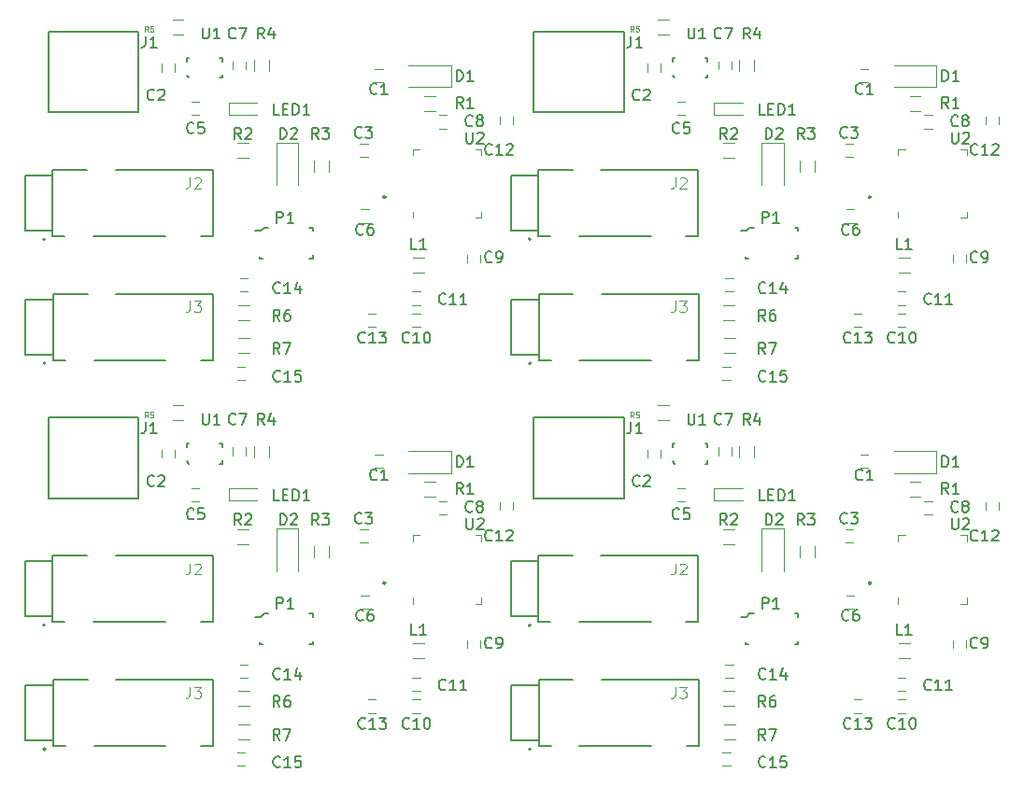
<source format=gto>
G04 #@! TF.GenerationSoftware,KiCad,Pcbnew,5.1.5*
G04 #@! TF.CreationDate,2020-02-06T11:23:30+09:00*
G04 #@! TF.ProjectId,MIDI-Guy_menduke,4d494449-2d47-4757-995f-6d656e64756b,rev?*
G04 #@! TF.SameCoordinates,Original*
G04 #@! TF.FileFunction,Legend,Top*
G04 #@! TF.FilePolarity,Positive*
%FSLAX46Y46*%
G04 Gerber Fmt 4.6, Leading zero omitted, Abs format (unit mm)*
G04 Created by KiCad (PCBNEW 5.1.5) date 2020-02-06 11:23:30*
%MOMM*%
%LPD*%
G04 APERTURE LIST*
%ADD10C,0.150000*%
%ADD11C,0.120000*%
%ADD12C,0.250000*%
%ADD13C,0.127000*%
%ADD14C,0.200000*%
%ADD15C,0.100000*%
%ADD16C,0.050000*%
G04 APERTURE END LIST*
D10*
X113850000Y-89240000D02*
X122000000Y-89240000D01*
X113850000Y-96550000D02*
X113850000Y-89240000D01*
X122000000Y-96550000D02*
X113850000Y-96550000D01*
X122000000Y-92900000D02*
X122000000Y-96550000D01*
X122000000Y-92900000D02*
X122000000Y-89250000D01*
X69850000Y-89240000D02*
X78000000Y-89240000D01*
X69850000Y-96550000D02*
X69850000Y-89240000D01*
X78000000Y-96550000D02*
X69850000Y-96550000D01*
X78000000Y-92900000D02*
X78000000Y-96550000D01*
X78000000Y-92900000D02*
X78000000Y-89250000D01*
X113850000Y-54240000D02*
X122000000Y-54240000D01*
X113850000Y-61550000D02*
X113850000Y-54240000D01*
X122000000Y-61550000D02*
X113850000Y-61550000D01*
X122000000Y-57900000D02*
X122000000Y-61550000D01*
X122000000Y-57900000D02*
X122000000Y-54250000D01*
X126400000Y-91600000D02*
X126400000Y-91900000D01*
X126600000Y-91600000D02*
X126400000Y-91600000D01*
X126600000Y-93400000D02*
X126400000Y-93200000D01*
X129600000Y-93400000D02*
X129600000Y-93100000D01*
X129400000Y-93400000D02*
X129600000Y-93400000D01*
X129600000Y-91600000D02*
X129600000Y-91900000D01*
X129400000Y-91600000D02*
X129600000Y-91600000D01*
X82400000Y-91600000D02*
X82400000Y-91900000D01*
X82600000Y-91600000D02*
X82400000Y-91600000D01*
X82600000Y-93400000D02*
X82400000Y-93200000D01*
X85600000Y-93400000D02*
X85600000Y-93100000D01*
X85400000Y-93400000D02*
X85600000Y-93400000D01*
X85600000Y-91600000D02*
X85600000Y-91900000D01*
X85400000Y-91600000D02*
X85600000Y-91600000D01*
X126400000Y-56600000D02*
X126400000Y-56900000D01*
X126600000Y-56600000D02*
X126400000Y-56600000D01*
X126600000Y-58400000D02*
X126400000Y-58200000D01*
X129600000Y-58400000D02*
X129600000Y-58100000D01*
X129400000Y-58400000D02*
X129600000Y-58400000D01*
X129600000Y-56600000D02*
X129600000Y-56900000D01*
X129400000Y-56600000D02*
X129600000Y-56600000D01*
D11*
X125100000Y-88120000D02*
X126100000Y-88120000D01*
X126100000Y-89480000D02*
X125100000Y-89480000D01*
X81100000Y-88120000D02*
X82100000Y-88120000D01*
X82100000Y-89480000D02*
X81100000Y-89480000D01*
X125100000Y-53120000D02*
X126100000Y-53120000D01*
X126100000Y-54480000D02*
X125100000Y-54480000D01*
X132000000Y-100680000D02*
X131000000Y-100680000D01*
X131000000Y-99320000D02*
X132000000Y-99320000D01*
X88000000Y-100680000D02*
X87000000Y-100680000D01*
X87000000Y-99320000D02*
X88000000Y-99320000D01*
X132000000Y-65680000D02*
X131000000Y-65680000D01*
X131000000Y-64320000D02*
X132000000Y-64320000D01*
X132470000Y-92800000D02*
X132470000Y-91800000D01*
X133830000Y-91800000D02*
X133830000Y-92800000D01*
X88470000Y-92800000D02*
X88470000Y-91800000D01*
X89830000Y-91800000D02*
X89830000Y-92800000D01*
X132470000Y-57800000D02*
X132470000Y-56800000D01*
X133830000Y-56800000D02*
X133830000Y-57800000D01*
X146880000Y-106120000D02*
X146880000Y-105550000D01*
X147500000Y-99880000D02*
X146880000Y-99880000D01*
X153120000Y-100450000D02*
X153120000Y-99880000D01*
X153120000Y-99880000D02*
X152550000Y-99880000D01*
X153120000Y-105550000D02*
X153120000Y-106120000D01*
X153120000Y-106120000D02*
X152550000Y-106120000D01*
X146880000Y-100450000D02*
X146880000Y-99880000D01*
X102880000Y-106120000D02*
X102880000Y-105550000D01*
X103500000Y-99880000D02*
X102880000Y-99880000D01*
X109120000Y-100450000D02*
X109120000Y-99880000D01*
X109120000Y-99880000D02*
X108550000Y-99880000D01*
X109120000Y-105550000D02*
X109120000Y-106120000D01*
X109120000Y-106120000D02*
X108550000Y-106120000D01*
X102880000Y-100450000D02*
X102880000Y-99880000D01*
X146880000Y-71120000D02*
X146880000Y-70550000D01*
X147500000Y-64880000D02*
X146880000Y-64880000D01*
X153120000Y-65450000D02*
X153120000Y-64880000D01*
X153120000Y-64880000D02*
X152550000Y-64880000D01*
X153120000Y-70550000D02*
X153120000Y-71120000D01*
X153120000Y-71120000D02*
X152550000Y-71120000D01*
X146880000Y-65450000D02*
X146880000Y-64880000D01*
X131650000Y-120800000D02*
X130950000Y-120800000D01*
X130950000Y-119600000D02*
X131650000Y-119600000D01*
X87650000Y-120800000D02*
X86950000Y-120800000D01*
X86950000Y-119600000D02*
X87650000Y-119600000D01*
X131650000Y-85800000D02*
X130950000Y-85800000D01*
X130950000Y-84600000D02*
X131650000Y-84600000D01*
X143450000Y-92600000D02*
X144150000Y-92600000D01*
X144150000Y-93800000D02*
X143450000Y-93800000D01*
X99450000Y-92600000D02*
X100150000Y-92600000D01*
X100150000Y-93800000D02*
X99450000Y-93800000D01*
X143450000Y-57600000D02*
X144150000Y-57600000D01*
X144150000Y-58800000D02*
X143450000Y-58800000D01*
X136500000Y-99300000D02*
X134500000Y-99300000D01*
X134500000Y-99300000D02*
X134500000Y-103150000D01*
X136500000Y-99300000D02*
X136500000Y-103150000D01*
X92500000Y-99300000D02*
X90500000Y-99300000D01*
X90500000Y-99300000D02*
X90500000Y-103150000D01*
X92500000Y-99300000D02*
X92500000Y-103150000D01*
X136500000Y-64300000D02*
X134500000Y-64300000D01*
X134500000Y-64300000D02*
X134500000Y-68150000D01*
X136500000Y-64300000D02*
X136500000Y-68150000D01*
X139280000Y-100900000D02*
X139280000Y-101900000D01*
X137920000Y-101900000D02*
X137920000Y-100900000D01*
X95280000Y-100900000D02*
X95280000Y-101900000D01*
X93920000Y-101900000D02*
X93920000Y-100900000D01*
X139280000Y-65900000D02*
X139280000Y-66900000D01*
X137920000Y-66900000D02*
X137920000Y-65900000D01*
X153000000Y-109450000D02*
X153000000Y-110150000D01*
X151800000Y-110150000D02*
X151800000Y-109450000D01*
X109000000Y-109450000D02*
X109000000Y-110150000D01*
X107800000Y-110150000D02*
X107800000Y-109450000D01*
X153000000Y-74450000D02*
X153000000Y-75150000D01*
X151800000Y-75150000D02*
X151800000Y-74450000D01*
X142850000Y-114800000D02*
X143550000Y-114800000D01*
X143550000Y-116000000D02*
X142850000Y-116000000D01*
X98850000Y-114800000D02*
X99550000Y-114800000D01*
X99550000Y-116000000D02*
X98850000Y-116000000D01*
X142850000Y-79800000D02*
X143550000Y-79800000D01*
X143550000Y-81000000D02*
X142850000Y-81000000D01*
D12*
X144386020Y-104220000D02*
G75*
G03X144386020Y-104220000I-86020J0D01*
G01*
X100386020Y-104220000D02*
G75*
G03X100386020Y-104220000I-86020J0D01*
G01*
X144386020Y-69220000D02*
G75*
G03X144386020Y-69220000I-86020J0D01*
G01*
D11*
X142900000Y-106550000D02*
X142200000Y-106550000D01*
X142200000Y-105350000D02*
X142900000Y-105350000D01*
X98900000Y-106550000D02*
X98200000Y-106550000D01*
X98200000Y-105350000D02*
X98900000Y-105350000D01*
X142900000Y-71550000D02*
X142200000Y-71550000D01*
X142200000Y-70350000D02*
X142900000Y-70350000D01*
X147550000Y-116000000D02*
X146850000Y-116000000D01*
X146850000Y-114800000D02*
X147550000Y-114800000D01*
X103550000Y-116000000D02*
X102850000Y-116000000D01*
X102850000Y-114800000D02*
X103550000Y-114800000D01*
X147550000Y-81000000D02*
X146850000Y-81000000D01*
X146850000Y-79800000D02*
X147550000Y-79800000D01*
X124150000Y-92850000D02*
X124150000Y-92150000D01*
X125350000Y-92150000D02*
X125350000Y-92850000D01*
X80150000Y-92850000D02*
X80150000Y-92150000D01*
X81350000Y-92150000D02*
X81350000Y-92850000D01*
X124150000Y-57850000D02*
X124150000Y-57150000D01*
X125350000Y-57150000D02*
X125350000Y-57850000D01*
X126850000Y-95600000D02*
X127550000Y-95600000D01*
X127550000Y-96800000D02*
X126850000Y-96800000D01*
X82850000Y-95600000D02*
X83550000Y-95600000D01*
X83550000Y-96800000D02*
X82850000Y-96800000D01*
X126850000Y-60600000D02*
X127550000Y-60600000D01*
X127550000Y-61800000D02*
X126850000Y-61800000D01*
X154800000Y-97600000D02*
X154800000Y-96900000D01*
X156000000Y-96900000D02*
X156000000Y-97600000D01*
X110800000Y-97600000D02*
X110800000Y-96900000D01*
X112000000Y-96900000D02*
X112000000Y-97600000D01*
X154800000Y-62600000D02*
X154800000Y-61900000D01*
X156000000Y-61900000D02*
X156000000Y-62600000D01*
D13*
X114300000Y-119000000D02*
X114300000Y-118500000D01*
X114300000Y-118500000D02*
X114300000Y-113500000D01*
X114300000Y-113500000D02*
X114300000Y-113000000D01*
X114300000Y-113000000D02*
X117400000Y-113000000D01*
X120000000Y-113000000D02*
X128800000Y-113000000D01*
X128800000Y-113000000D02*
X128800000Y-119000000D01*
X114300000Y-119000000D02*
X115400000Y-119000000D01*
X118000000Y-119000000D02*
X124500000Y-119000000D01*
D14*
X113600000Y-119300000D02*
G75*
G03X113600000Y-119300000I-100000J0D01*
G01*
D13*
X127700000Y-119000000D02*
X128800000Y-119000000D01*
X114300000Y-113500000D02*
X111800000Y-113500000D01*
X111800000Y-113500000D02*
X111800000Y-118500000D01*
X111800000Y-118500000D02*
X114300000Y-118500000D01*
X70300000Y-119000000D02*
X70300000Y-118500000D01*
X70300000Y-118500000D02*
X70300000Y-113500000D01*
X70300000Y-113500000D02*
X70300000Y-113000000D01*
X70300000Y-113000000D02*
X73400000Y-113000000D01*
X76000000Y-113000000D02*
X84800000Y-113000000D01*
X84800000Y-113000000D02*
X84800000Y-119000000D01*
X70300000Y-119000000D02*
X71400000Y-119000000D01*
X74000000Y-119000000D02*
X80500000Y-119000000D01*
D14*
X69600000Y-119300000D02*
G75*
G03X69600000Y-119300000I-100000J0D01*
G01*
D13*
X83700000Y-119000000D02*
X84800000Y-119000000D01*
X70300000Y-113500000D02*
X67800000Y-113500000D01*
X67800000Y-113500000D02*
X67800000Y-118500000D01*
X67800000Y-118500000D02*
X70300000Y-118500000D01*
X114300000Y-84000000D02*
X114300000Y-83500000D01*
X114300000Y-83500000D02*
X114300000Y-78500000D01*
X114300000Y-78500000D02*
X114300000Y-78000000D01*
X114300000Y-78000000D02*
X117400000Y-78000000D01*
X120000000Y-78000000D02*
X128800000Y-78000000D01*
X128800000Y-78000000D02*
X128800000Y-84000000D01*
X114300000Y-84000000D02*
X115400000Y-84000000D01*
X118000000Y-84000000D02*
X124500000Y-84000000D01*
D14*
X113600000Y-84300000D02*
G75*
G03X113600000Y-84300000I-100000J0D01*
G01*
D13*
X127700000Y-84000000D02*
X128800000Y-84000000D01*
X114300000Y-78500000D02*
X111800000Y-78500000D01*
X111800000Y-78500000D02*
X111800000Y-83500000D01*
X111800000Y-83500000D02*
X114300000Y-83500000D01*
D11*
X142800000Y-100550000D02*
X142100000Y-100550000D01*
X142100000Y-99350000D02*
X142800000Y-99350000D01*
X98800000Y-100550000D02*
X98100000Y-100550000D01*
X98100000Y-99350000D02*
X98800000Y-99350000D01*
X142800000Y-65550000D02*
X142100000Y-65550000D01*
X142100000Y-64350000D02*
X142800000Y-64350000D01*
X149250000Y-96800000D02*
X149950000Y-96800000D01*
X149950000Y-98000000D02*
X149250000Y-98000000D01*
X105250000Y-96800000D02*
X105950000Y-96800000D01*
X105950000Y-98000000D02*
X105250000Y-98000000D01*
X149250000Y-61800000D02*
X149950000Y-61800000D01*
X149950000Y-63000000D02*
X149250000Y-63000000D01*
X131900000Y-112800000D02*
X131200000Y-112800000D01*
X131200000Y-111600000D02*
X131900000Y-111600000D01*
X87900000Y-112800000D02*
X87200000Y-112800000D01*
X87200000Y-111600000D02*
X87900000Y-111600000D01*
X131900000Y-77800000D02*
X131200000Y-77800000D01*
X131200000Y-76600000D02*
X131900000Y-76600000D01*
D13*
X114250000Y-107750000D02*
X114250000Y-107250000D01*
X114250000Y-107250000D02*
X114250000Y-102250000D01*
X114250000Y-102250000D02*
X114250000Y-101750000D01*
X114250000Y-101750000D02*
X117350000Y-101750000D01*
X119950000Y-101750000D02*
X128750000Y-101750000D01*
X128750000Y-101750000D02*
X128750000Y-107750000D01*
X114250000Y-107750000D02*
X115350000Y-107750000D01*
X117950000Y-107750000D02*
X124450000Y-107750000D01*
D14*
X113550000Y-108050000D02*
G75*
G03X113550000Y-108050000I-100000J0D01*
G01*
D13*
X127650000Y-107750000D02*
X128750000Y-107750000D01*
X114250000Y-102250000D02*
X111750000Y-102250000D01*
X111750000Y-102250000D02*
X111750000Y-107250000D01*
X111750000Y-107250000D02*
X114250000Y-107250000D01*
X70250000Y-107750000D02*
X70250000Y-107250000D01*
X70250000Y-107250000D02*
X70250000Y-102250000D01*
X70250000Y-102250000D02*
X70250000Y-101750000D01*
X70250000Y-101750000D02*
X73350000Y-101750000D01*
X75950000Y-101750000D02*
X84750000Y-101750000D01*
X84750000Y-101750000D02*
X84750000Y-107750000D01*
X70250000Y-107750000D02*
X71350000Y-107750000D01*
X73950000Y-107750000D02*
X80450000Y-107750000D01*
D14*
X69550000Y-108050000D02*
G75*
G03X69550000Y-108050000I-100000J0D01*
G01*
D13*
X83650000Y-107750000D02*
X84750000Y-107750000D01*
X70250000Y-102250000D02*
X67750000Y-102250000D01*
X67750000Y-102250000D02*
X67750000Y-107250000D01*
X67750000Y-107250000D02*
X70250000Y-107250000D01*
X114250000Y-72750000D02*
X114250000Y-72250000D01*
X114250000Y-72250000D02*
X114250000Y-67250000D01*
X114250000Y-67250000D02*
X114250000Y-66750000D01*
X114250000Y-66750000D02*
X117350000Y-66750000D01*
X119950000Y-66750000D02*
X128750000Y-66750000D01*
X128750000Y-66750000D02*
X128750000Y-72750000D01*
X114250000Y-72750000D02*
X115350000Y-72750000D01*
X117950000Y-72750000D02*
X124450000Y-72750000D01*
D14*
X113550000Y-73050000D02*
G75*
G03X113550000Y-73050000I-100000J0D01*
G01*
D13*
X127650000Y-72750000D02*
X128750000Y-72750000D01*
X114250000Y-67250000D02*
X111750000Y-67250000D01*
X111750000Y-67250000D02*
X111750000Y-72250000D01*
X111750000Y-72250000D02*
X114250000Y-72250000D01*
D11*
X147900000Y-111080000D02*
X146900000Y-111080000D01*
X146900000Y-109720000D02*
X147900000Y-109720000D01*
X103900000Y-111080000D02*
X102900000Y-111080000D01*
X102900000Y-109720000D02*
X103900000Y-109720000D01*
X147900000Y-76080000D02*
X146900000Y-76080000D01*
X146900000Y-74720000D02*
X147900000Y-74720000D01*
X131750000Y-91950000D02*
X131750000Y-92650000D01*
X130550000Y-92650000D02*
X130550000Y-91950000D01*
X87750000Y-91950000D02*
X87750000Y-92650000D01*
X86550000Y-92650000D02*
X86550000Y-91950000D01*
X131750000Y-56950000D02*
X131750000Y-57650000D01*
X130550000Y-57650000D02*
X130550000Y-56950000D01*
X146850000Y-112800000D02*
X147550000Y-112800000D01*
X147550000Y-114000000D02*
X146850000Y-114000000D01*
X102850000Y-112800000D02*
X103550000Y-112800000D01*
X103550000Y-114000000D02*
X102850000Y-114000000D01*
X146850000Y-77800000D02*
X147550000Y-77800000D01*
X147550000Y-79000000D02*
X146850000Y-79000000D01*
X150350000Y-94250000D02*
X146500000Y-94250000D01*
X150350000Y-92250000D02*
X146500000Y-92250000D01*
X150350000Y-94250000D02*
X150350000Y-92250000D01*
X106350000Y-94250000D02*
X102500000Y-94250000D01*
X106350000Y-92250000D02*
X102500000Y-92250000D01*
X106350000Y-94250000D02*
X106350000Y-92250000D01*
X150350000Y-59250000D02*
X146500000Y-59250000D01*
X150350000Y-57250000D02*
X146500000Y-57250000D01*
X150350000Y-59250000D02*
X150350000Y-57250000D01*
X148900000Y-96430000D02*
X147900000Y-96430000D01*
X147900000Y-95070000D02*
X148900000Y-95070000D01*
X104900000Y-96430000D02*
X103900000Y-96430000D01*
X103900000Y-95070000D02*
X104900000Y-95070000D01*
X148900000Y-61430000D02*
X147900000Y-61430000D01*
X147900000Y-60070000D02*
X148900000Y-60070000D01*
X131100000Y-117020000D02*
X132100000Y-117020000D01*
X132100000Y-118380000D02*
X131100000Y-118380000D01*
X87100000Y-117020000D02*
X88100000Y-117020000D01*
X88100000Y-118380000D02*
X87100000Y-118380000D01*
X131100000Y-82020000D02*
X132100000Y-82020000D01*
X132100000Y-83380000D02*
X131100000Y-83380000D01*
X131050000Y-114020000D02*
X132050000Y-114020000D01*
X132050000Y-115380000D02*
X131050000Y-115380000D01*
X87050000Y-114020000D02*
X88050000Y-114020000D01*
X88050000Y-115380000D02*
X87050000Y-115380000D01*
X131050000Y-79020000D02*
X132050000Y-79020000D01*
X132050000Y-80380000D02*
X131050000Y-80380000D01*
X130200000Y-95650000D02*
X130200000Y-96750000D01*
X130200000Y-96750000D02*
X132800000Y-96750000D01*
X130200000Y-95650000D02*
X132800000Y-95650000D01*
X86200000Y-95650000D02*
X86200000Y-96750000D01*
X86200000Y-96750000D02*
X88800000Y-96750000D01*
X86200000Y-95650000D02*
X88800000Y-95650000D01*
X130200000Y-60650000D02*
X130200000Y-61750000D01*
X130200000Y-61750000D02*
X132800000Y-61750000D01*
X130200000Y-60650000D02*
X132800000Y-60650000D01*
D10*
X133000000Y-109800000D02*
X133000000Y-109600000D01*
X133000000Y-109800000D02*
X133300000Y-109800000D01*
X137800000Y-109800000D02*
X137500000Y-109800000D01*
X137800000Y-109800000D02*
X137800000Y-109500000D01*
X137800000Y-107000000D02*
X137500000Y-107000000D01*
X137800000Y-107300000D02*
X137800000Y-107000000D01*
X133100000Y-107300000D02*
X132600000Y-107300000D01*
X133400000Y-107000000D02*
X133100000Y-107300000D01*
X133800000Y-107000000D02*
X133400000Y-107000000D01*
X89000000Y-109800000D02*
X89000000Y-109600000D01*
X89000000Y-109800000D02*
X89300000Y-109800000D01*
X93800000Y-109800000D02*
X93500000Y-109800000D01*
X93800000Y-109800000D02*
X93800000Y-109500000D01*
X93800000Y-107000000D02*
X93500000Y-107000000D01*
X93800000Y-107300000D02*
X93800000Y-107000000D01*
X89100000Y-107300000D02*
X88600000Y-107300000D01*
X89400000Y-107000000D02*
X89100000Y-107300000D01*
X89800000Y-107000000D02*
X89400000Y-107000000D01*
X133000000Y-74800000D02*
X133000000Y-74600000D01*
X133000000Y-74800000D02*
X133300000Y-74800000D01*
X137800000Y-74800000D02*
X137500000Y-74800000D01*
X137800000Y-74800000D02*
X137800000Y-74500000D01*
X137800000Y-72000000D02*
X137500000Y-72000000D01*
X137800000Y-72300000D02*
X137800000Y-72000000D01*
X133100000Y-72300000D02*
X132600000Y-72300000D01*
X133400000Y-72000000D02*
X133100000Y-72300000D01*
X133800000Y-72000000D02*
X133400000Y-72000000D01*
D13*
X67800000Y-83500000D02*
X70300000Y-83500000D01*
X67800000Y-78500000D02*
X67800000Y-83500000D01*
X70300000Y-78500000D02*
X67800000Y-78500000D01*
X83700000Y-84000000D02*
X84800000Y-84000000D01*
D14*
X69600000Y-84300000D02*
G75*
G03X69600000Y-84300000I-100000J0D01*
G01*
D13*
X74000000Y-84000000D02*
X80500000Y-84000000D01*
X70300000Y-84000000D02*
X71400000Y-84000000D01*
X84800000Y-78000000D02*
X84800000Y-84000000D01*
X76000000Y-78000000D02*
X84800000Y-78000000D01*
X70300000Y-78000000D02*
X73400000Y-78000000D01*
X70300000Y-78500000D02*
X70300000Y-78000000D01*
X70300000Y-83500000D02*
X70300000Y-78500000D01*
X70300000Y-84000000D02*
X70300000Y-83500000D01*
X67750000Y-72250000D02*
X70250000Y-72250000D01*
X67750000Y-67250000D02*
X67750000Y-72250000D01*
X70250000Y-67250000D02*
X67750000Y-67250000D01*
X83650000Y-72750000D02*
X84750000Y-72750000D01*
D14*
X69550000Y-73050000D02*
G75*
G03X69550000Y-73050000I-100000J0D01*
G01*
D13*
X73950000Y-72750000D02*
X80450000Y-72750000D01*
X70250000Y-72750000D02*
X71350000Y-72750000D01*
X84750000Y-66750000D02*
X84750000Y-72750000D01*
X75950000Y-66750000D02*
X84750000Y-66750000D01*
X70250000Y-66750000D02*
X73350000Y-66750000D01*
X70250000Y-67250000D02*
X70250000Y-66750000D01*
X70250000Y-72250000D02*
X70250000Y-67250000D01*
X70250000Y-72750000D02*
X70250000Y-72250000D01*
D12*
X100386020Y-69220000D02*
G75*
G03X100386020Y-69220000I-86020J0D01*
G01*
D11*
X102880000Y-65450000D02*
X102880000Y-64880000D01*
X109120000Y-71120000D02*
X108550000Y-71120000D01*
X109120000Y-70550000D02*
X109120000Y-71120000D01*
X109120000Y-64880000D02*
X108550000Y-64880000D01*
X109120000Y-65450000D02*
X109120000Y-64880000D01*
X103500000Y-64880000D02*
X102880000Y-64880000D01*
X102880000Y-71120000D02*
X102880000Y-70550000D01*
X81350000Y-57150000D02*
X81350000Y-57850000D01*
X80150000Y-57850000D02*
X80150000Y-57150000D01*
X83550000Y-61800000D02*
X82850000Y-61800000D01*
X82850000Y-60600000D02*
X83550000Y-60600000D01*
X86550000Y-57650000D02*
X86550000Y-56950000D01*
X87750000Y-56950000D02*
X87750000Y-57650000D01*
X100150000Y-58800000D02*
X99450000Y-58800000D01*
X99450000Y-57600000D02*
X100150000Y-57600000D01*
X98100000Y-64350000D02*
X98800000Y-64350000D01*
X98800000Y-65550000D02*
X98100000Y-65550000D01*
X98200000Y-70350000D02*
X98900000Y-70350000D01*
X98900000Y-71550000D02*
X98200000Y-71550000D01*
X102850000Y-79800000D02*
X103550000Y-79800000D01*
X103550000Y-81000000D02*
X102850000Y-81000000D01*
X99550000Y-81000000D02*
X98850000Y-81000000D01*
X98850000Y-79800000D02*
X99550000Y-79800000D01*
X107800000Y-75150000D02*
X107800000Y-74450000D01*
X109000000Y-74450000D02*
X109000000Y-75150000D01*
X87200000Y-76600000D02*
X87900000Y-76600000D01*
X87900000Y-77800000D02*
X87200000Y-77800000D01*
X86950000Y-84600000D02*
X87650000Y-84600000D01*
X87650000Y-85800000D02*
X86950000Y-85800000D01*
X103550000Y-79000000D02*
X102850000Y-79000000D01*
X102850000Y-77800000D02*
X103550000Y-77800000D01*
X112000000Y-61900000D02*
X112000000Y-62600000D01*
X110800000Y-62600000D02*
X110800000Y-61900000D01*
X105950000Y-63000000D02*
X105250000Y-63000000D01*
X105250000Y-61800000D02*
X105950000Y-61800000D01*
X106350000Y-59250000D02*
X106350000Y-57250000D01*
X106350000Y-57250000D02*
X102500000Y-57250000D01*
X106350000Y-59250000D02*
X102500000Y-59250000D01*
X92500000Y-64300000D02*
X92500000Y-68150000D01*
X90500000Y-64300000D02*
X90500000Y-68150000D01*
X92500000Y-64300000D02*
X90500000Y-64300000D01*
D10*
X78000000Y-57900000D02*
X78000000Y-54250000D01*
X78000000Y-57900000D02*
X78000000Y-61550000D01*
X78000000Y-61550000D02*
X69850000Y-61550000D01*
X69850000Y-61550000D02*
X69850000Y-54240000D01*
X69850000Y-54240000D02*
X78000000Y-54240000D01*
D11*
X102900000Y-74720000D02*
X103900000Y-74720000D01*
X103900000Y-76080000D02*
X102900000Y-76080000D01*
X86200000Y-60650000D02*
X88800000Y-60650000D01*
X86200000Y-61750000D02*
X88800000Y-61750000D01*
X86200000Y-60650000D02*
X86200000Y-61750000D01*
D10*
X89800000Y-72000000D02*
X89400000Y-72000000D01*
X89400000Y-72000000D02*
X89100000Y-72300000D01*
X89100000Y-72300000D02*
X88600000Y-72300000D01*
X93800000Y-72300000D02*
X93800000Y-72000000D01*
X93800000Y-72000000D02*
X93500000Y-72000000D01*
X93800000Y-74800000D02*
X93800000Y-74500000D01*
X93800000Y-74800000D02*
X93500000Y-74800000D01*
X89000000Y-74800000D02*
X89300000Y-74800000D01*
X89000000Y-74800000D02*
X89000000Y-74600000D01*
D11*
X87000000Y-64320000D02*
X88000000Y-64320000D01*
X88000000Y-65680000D02*
X87000000Y-65680000D01*
X103900000Y-60070000D02*
X104900000Y-60070000D01*
X104900000Y-61430000D02*
X103900000Y-61430000D01*
X93920000Y-66900000D02*
X93920000Y-65900000D01*
X95280000Y-65900000D02*
X95280000Y-66900000D01*
X89830000Y-56800000D02*
X89830000Y-57800000D01*
X88470000Y-57800000D02*
X88470000Y-56800000D01*
X88050000Y-80380000D02*
X87050000Y-80380000D01*
X87050000Y-79020000D02*
X88050000Y-79020000D01*
X88100000Y-83380000D02*
X87100000Y-83380000D01*
X87100000Y-82020000D02*
X88100000Y-82020000D01*
X82100000Y-54480000D02*
X81100000Y-54480000D01*
X81100000Y-53120000D02*
X82100000Y-53120000D01*
D10*
X85400000Y-56600000D02*
X85600000Y-56600000D01*
X85600000Y-56600000D02*
X85600000Y-56900000D01*
X85400000Y-58400000D02*
X85600000Y-58400000D01*
X85600000Y-58400000D02*
X85600000Y-58100000D01*
X82600000Y-58400000D02*
X82400000Y-58200000D01*
X82600000Y-56600000D02*
X82400000Y-56600000D01*
X82400000Y-56600000D02*
X82400000Y-56900000D01*
X122666666Y-89652380D02*
X122666666Y-90366666D01*
X122619047Y-90509523D01*
X122523809Y-90604761D01*
X122380952Y-90652380D01*
X122285714Y-90652380D01*
X123666666Y-90652380D02*
X123095238Y-90652380D01*
X123380952Y-90652380D02*
X123380952Y-89652380D01*
X123285714Y-89795238D01*
X123190476Y-89890476D01*
X123095238Y-89938095D01*
X78666666Y-89652380D02*
X78666666Y-90366666D01*
X78619047Y-90509523D01*
X78523809Y-90604761D01*
X78380952Y-90652380D01*
X78285714Y-90652380D01*
X79666666Y-90652380D02*
X79095238Y-90652380D01*
X79380952Y-90652380D02*
X79380952Y-89652380D01*
X79285714Y-89795238D01*
X79190476Y-89890476D01*
X79095238Y-89938095D01*
X122666666Y-54652380D02*
X122666666Y-55366666D01*
X122619047Y-55509523D01*
X122523809Y-55604761D01*
X122380952Y-55652380D01*
X122285714Y-55652380D01*
X123666666Y-55652380D02*
X123095238Y-55652380D01*
X123380952Y-55652380D02*
X123380952Y-54652380D01*
X123285714Y-54795238D01*
X123190476Y-54890476D01*
X123095238Y-54938095D01*
X127838095Y-88852380D02*
X127838095Y-89661904D01*
X127885714Y-89757142D01*
X127933333Y-89804761D01*
X128028571Y-89852380D01*
X128219047Y-89852380D01*
X128314285Y-89804761D01*
X128361904Y-89757142D01*
X128409523Y-89661904D01*
X128409523Y-88852380D01*
X129409523Y-89852380D02*
X128838095Y-89852380D01*
X129123809Y-89852380D02*
X129123809Y-88852380D01*
X129028571Y-88995238D01*
X128933333Y-89090476D01*
X128838095Y-89138095D01*
X83838095Y-88852380D02*
X83838095Y-89661904D01*
X83885714Y-89757142D01*
X83933333Y-89804761D01*
X84028571Y-89852380D01*
X84219047Y-89852380D01*
X84314285Y-89804761D01*
X84361904Y-89757142D01*
X84409523Y-89661904D01*
X84409523Y-88852380D01*
X85409523Y-89852380D02*
X84838095Y-89852380D01*
X85123809Y-89852380D02*
X85123809Y-88852380D01*
X85028571Y-88995238D01*
X84933333Y-89090476D01*
X84838095Y-89138095D01*
X127838095Y-53852380D02*
X127838095Y-54661904D01*
X127885714Y-54757142D01*
X127933333Y-54804761D01*
X128028571Y-54852380D01*
X128219047Y-54852380D01*
X128314285Y-54804761D01*
X128361904Y-54757142D01*
X128409523Y-54661904D01*
X128409523Y-53852380D01*
X129409523Y-54852380D02*
X128838095Y-54852380D01*
X129123809Y-54852380D02*
X129123809Y-53852380D01*
X129028571Y-53995238D01*
X128933333Y-54090476D01*
X128838095Y-54138095D01*
D15*
X122916666Y-89226190D02*
X122750000Y-88988095D01*
X122630952Y-89226190D02*
X122630952Y-88726190D01*
X122821428Y-88726190D01*
X122869047Y-88750000D01*
X122892857Y-88773809D01*
X122916666Y-88821428D01*
X122916666Y-88892857D01*
X122892857Y-88940476D01*
X122869047Y-88964285D01*
X122821428Y-88988095D01*
X122630952Y-88988095D01*
X123369047Y-88726190D02*
X123130952Y-88726190D01*
X123107142Y-88964285D01*
X123130952Y-88940476D01*
X123178571Y-88916666D01*
X123297619Y-88916666D01*
X123345238Y-88940476D01*
X123369047Y-88964285D01*
X123392857Y-89011904D01*
X123392857Y-89130952D01*
X123369047Y-89178571D01*
X123345238Y-89202380D01*
X123297619Y-89226190D01*
X123178571Y-89226190D01*
X123130952Y-89202380D01*
X123107142Y-89178571D01*
X78916666Y-89226190D02*
X78750000Y-88988095D01*
X78630952Y-89226190D02*
X78630952Y-88726190D01*
X78821428Y-88726190D01*
X78869047Y-88750000D01*
X78892857Y-88773809D01*
X78916666Y-88821428D01*
X78916666Y-88892857D01*
X78892857Y-88940476D01*
X78869047Y-88964285D01*
X78821428Y-88988095D01*
X78630952Y-88988095D01*
X79369047Y-88726190D02*
X79130952Y-88726190D01*
X79107142Y-88964285D01*
X79130952Y-88940476D01*
X79178571Y-88916666D01*
X79297619Y-88916666D01*
X79345238Y-88940476D01*
X79369047Y-88964285D01*
X79392857Y-89011904D01*
X79392857Y-89130952D01*
X79369047Y-89178571D01*
X79345238Y-89202380D01*
X79297619Y-89226190D01*
X79178571Y-89226190D01*
X79130952Y-89202380D01*
X79107142Y-89178571D01*
X122916666Y-54226190D02*
X122750000Y-53988095D01*
X122630952Y-54226190D02*
X122630952Y-53726190D01*
X122821428Y-53726190D01*
X122869047Y-53750000D01*
X122892857Y-53773809D01*
X122916666Y-53821428D01*
X122916666Y-53892857D01*
X122892857Y-53940476D01*
X122869047Y-53964285D01*
X122821428Y-53988095D01*
X122630952Y-53988095D01*
X123369047Y-53726190D02*
X123130952Y-53726190D01*
X123107142Y-53964285D01*
X123130952Y-53940476D01*
X123178571Y-53916666D01*
X123297619Y-53916666D01*
X123345238Y-53940476D01*
X123369047Y-53964285D01*
X123392857Y-54011904D01*
X123392857Y-54130952D01*
X123369047Y-54178571D01*
X123345238Y-54202380D01*
X123297619Y-54226190D01*
X123178571Y-54226190D01*
X123130952Y-54202380D01*
X123107142Y-54178571D01*
D10*
X131333333Y-98952380D02*
X131000000Y-98476190D01*
X130761904Y-98952380D02*
X130761904Y-97952380D01*
X131142857Y-97952380D01*
X131238095Y-98000000D01*
X131285714Y-98047619D01*
X131333333Y-98142857D01*
X131333333Y-98285714D01*
X131285714Y-98380952D01*
X131238095Y-98428571D01*
X131142857Y-98476190D01*
X130761904Y-98476190D01*
X131714285Y-98047619D02*
X131761904Y-98000000D01*
X131857142Y-97952380D01*
X132095238Y-97952380D01*
X132190476Y-98000000D01*
X132238095Y-98047619D01*
X132285714Y-98142857D01*
X132285714Y-98238095D01*
X132238095Y-98380952D01*
X131666666Y-98952380D01*
X132285714Y-98952380D01*
X87333333Y-98952380D02*
X87000000Y-98476190D01*
X86761904Y-98952380D02*
X86761904Y-97952380D01*
X87142857Y-97952380D01*
X87238095Y-98000000D01*
X87285714Y-98047619D01*
X87333333Y-98142857D01*
X87333333Y-98285714D01*
X87285714Y-98380952D01*
X87238095Y-98428571D01*
X87142857Y-98476190D01*
X86761904Y-98476190D01*
X87714285Y-98047619D02*
X87761904Y-98000000D01*
X87857142Y-97952380D01*
X88095238Y-97952380D01*
X88190476Y-98000000D01*
X88238095Y-98047619D01*
X88285714Y-98142857D01*
X88285714Y-98238095D01*
X88238095Y-98380952D01*
X87666666Y-98952380D01*
X88285714Y-98952380D01*
X131333333Y-63952380D02*
X131000000Y-63476190D01*
X130761904Y-63952380D02*
X130761904Y-62952380D01*
X131142857Y-62952380D01*
X131238095Y-63000000D01*
X131285714Y-63047619D01*
X131333333Y-63142857D01*
X131333333Y-63285714D01*
X131285714Y-63380952D01*
X131238095Y-63428571D01*
X131142857Y-63476190D01*
X130761904Y-63476190D01*
X131714285Y-63047619D02*
X131761904Y-63000000D01*
X131857142Y-62952380D01*
X132095238Y-62952380D01*
X132190476Y-63000000D01*
X132238095Y-63047619D01*
X132285714Y-63142857D01*
X132285714Y-63238095D01*
X132238095Y-63380952D01*
X131666666Y-63952380D01*
X132285714Y-63952380D01*
X133433333Y-89852380D02*
X133100000Y-89376190D01*
X132861904Y-89852380D02*
X132861904Y-88852380D01*
X133242857Y-88852380D01*
X133338095Y-88900000D01*
X133385714Y-88947619D01*
X133433333Y-89042857D01*
X133433333Y-89185714D01*
X133385714Y-89280952D01*
X133338095Y-89328571D01*
X133242857Y-89376190D01*
X132861904Y-89376190D01*
X134290476Y-89185714D02*
X134290476Y-89852380D01*
X134052380Y-88804761D02*
X133814285Y-89519047D01*
X134433333Y-89519047D01*
X89433333Y-89852380D02*
X89100000Y-89376190D01*
X88861904Y-89852380D02*
X88861904Y-88852380D01*
X89242857Y-88852380D01*
X89338095Y-88900000D01*
X89385714Y-88947619D01*
X89433333Y-89042857D01*
X89433333Y-89185714D01*
X89385714Y-89280952D01*
X89338095Y-89328571D01*
X89242857Y-89376190D01*
X88861904Y-89376190D01*
X90290476Y-89185714D02*
X90290476Y-89852380D01*
X90052380Y-88804761D02*
X89814285Y-89519047D01*
X90433333Y-89519047D01*
X133433333Y-54852380D02*
X133100000Y-54376190D01*
X132861904Y-54852380D02*
X132861904Y-53852380D01*
X133242857Y-53852380D01*
X133338095Y-53900000D01*
X133385714Y-53947619D01*
X133433333Y-54042857D01*
X133433333Y-54185714D01*
X133385714Y-54280952D01*
X133338095Y-54328571D01*
X133242857Y-54376190D01*
X132861904Y-54376190D01*
X134290476Y-54185714D02*
X134290476Y-54852380D01*
X134052380Y-53804761D02*
X133814285Y-54519047D01*
X134433333Y-54519047D01*
X151738095Y-98352380D02*
X151738095Y-99161904D01*
X151785714Y-99257142D01*
X151833333Y-99304761D01*
X151928571Y-99352380D01*
X152119047Y-99352380D01*
X152214285Y-99304761D01*
X152261904Y-99257142D01*
X152309523Y-99161904D01*
X152309523Y-98352380D01*
X152738095Y-98447619D02*
X152785714Y-98400000D01*
X152880952Y-98352380D01*
X153119047Y-98352380D01*
X153214285Y-98400000D01*
X153261904Y-98447619D01*
X153309523Y-98542857D01*
X153309523Y-98638095D01*
X153261904Y-98780952D01*
X152690476Y-99352380D01*
X153309523Y-99352380D01*
X107738095Y-98352380D02*
X107738095Y-99161904D01*
X107785714Y-99257142D01*
X107833333Y-99304761D01*
X107928571Y-99352380D01*
X108119047Y-99352380D01*
X108214285Y-99304761D01*
X108261904Y-99257142D01*
X108309523Y-99161904D01*
X108309523Y-98352380D01*
X108738095Y-98447619D02*
X108785714Y-98400000D01*
X108880952Y-98352380D01*
X109119047Y-98352380D01*
X109214285Y-98400000D01*
X109261904Y-98447619D01*
X109309523Y-98542857D01*
X109309523Y-98638095D01*
X109261904Y-98780952D01*
X108690476Y-99352380D01*
X109309523Y-99352380D01*
X151738095Y-63352380D02*
X151738095Y-64161904D01*
X151785714Y-64257142D01*
X151833333Y-64304761D01*
X151928571Y-64352380D01*
X152119047Y-64352380D01*
X152214285Y-64304761D01*
X152261904Y-64257142D01*
X152309523Y-64161904D01*
X152309523Y-63352380D01*
X152738095Y-63447619D02*
X152785714Y-63400000D01*
X152880952Y-63352380D01*
X153119047Y-63352380D01*
X153214285Y-63400000D01*
X153261904Y-63447619D01*
X153309523Y-63542857D01*
X153309523Y-63638095D01*
X153261904Y-63780952D01*
X152690476Y-64352380D01*
X153309523Y-64352380D01*
X134857142Y-120857142D02*
X134809523Y-120904761D01*
X134666666Y-120952380D01*
X134571428Y-120952380D01*
X134428571Y-120904761D01*
X134333333Y-120809523D01*
X134285714Y-120714285D01*
X134238095Y-120523809D01*
X134238095Y-120380952D01*
X134285714Y-120190476D01*
X134333333Y-120095238D01*
X134428571Y-120000000D01*
X134571428Y-119952380D01*
X134666666Y-119952380D01*
X134809523Y-120000000D01*
X134857142Y-120047619D01*
X135809523Y-120952380D02*
X135238095Y-120952380D01*
X135523809Y-120952380D02*
X135523809Y-119952380D01*
X135428571Y-120095238D01*
X135333333Y-120190476D01*
X135238095Y-120238095D01*
X136714285Y-119952380D02*
X136238095Y-119952380D01*
X136190476Y-120428571D01*
X136238095Y-120380952D01*
X136333333Y-120333333D01*
X136571428Y-120333333D01*
X136666666Y-120380952D01*
X136714285Y-120428571D01*
X136761904Y-120523809D01*
X136761904Y-120761904D01*
X136714285Y-120857142D01*
X136666666Y-120904761D01*
X136571428Y-120952380D01*
X136333333Y-120952380D01*
X136238095Y-120904761D01*
X136190476Y-120857142D01*
X90857142Y-120857142D02*
X90809523Y-120904761D01*
X90666666Y-120952380D01*
X90571428Y-120952380D01*
X90428571Y-120904761D01*
X90333333Y-120809523D01*
X90285714Y-120714285D01*
X90238095Y-120523809D01*
X90238095Y-120380952D01*
X90285714Y-120190476D01*
X90333333Y-120095238D01*
X90428571Y-120000000D01*
X90571428Y-119952380D01*
X90666666Y-119952380D01*
X90809523Y-120000000D01*
X90857142Y-120047619D01*
X91809523Y-120952380D02*
X91238095Y-120952380D01*
X91523809Y-120952380D02*
X91523809Y-119952380D01*
X91428571Y-120095238D01*
X91333333Y-120190476D01*
X91238095Y-120238095D01*
X92714285Y-119952380D02*
X92238095Y-119952380D01*
X92190476Y-120428571D01*
X92238095Y-120380952D01*
X92333333Y-120333333D01*
X92571428Y-120333333D01*
X92666666Y-120380952D01*
X92714285Y-120428571D01*
X92761904Y-120523809D01*
X92761904Y-120761904D01*
X92714285Y-120857142D01*
X92666666Y-120904761D01*
X92571428Y-120952380D01*
X92333333Y-120952380D01*
X92238095Y-120904761D01*
X92190476Y-120857142D01*
X134857142Y-85857142D02*
X134809523Y-85904761D01*
X134666666Y-85952380D01*
X134571428Y-85952380D01*
X134428571Y-85904761D01*
X134333333Y-85809523D01*
X134285714Y-85714285D01*
X134238095Y-85523809D01*
X134238095Y-85380952D01*
X134285714Y-85190476D01*
X134333333Y-85095238D01*
X134428571Y-85000000D01*
X134571428Y-84952380D01*
X134666666Y-84952380D01*
X134809523Y-85000000D01*
X134857142Y-85047619D01*
X135809523Y-85952380D02*
X135238095Y-85952380D01*
X135523809Y-85952380D02*
X135523809Y-84952380D01*
X135428571Y-85095238D01*
X135333333Y-85190476D01*
X135238095Y-85238095D01*
X136714285Y-84952380D02*
X136238095Y-84952380D01*
X136190476Y-85428571D01*
X136238095Y-85380952D01*
X136333333Y-85333333D01*
X136571428Y-85333333D01*
X136666666Y-85380952D01*
X136714285Y-85428571D01*
X136761904Y-85523809D01*
X136761904Y-85761904D01*
X136714285Y-85857142D01*
X136666666Y-85904761D01*
X136571428Y-85952380D01*
X136333333Y-85952380D01*
X136238095Y-85904761D01*
X136190476Y-85857142D01*
X143633333Y-94807142D02*
X143585714Y-94854761D01*
X143442857Y-94902380D01*
X143347619Y-94902380D01*
X143204761Y-94854761D01*
X143109523Y-94759523D01*
X143061904Y-94664285D01*
X143014285Y-94473809D01*
X143014285Y-94330952D01*
X143061904Y-94140476D01*
X143109523Y-94045238D01*
X143204761Y-93950000D01*
X143347619Y-93902380D01*
X143442857Y-93902380D01*
X143585714Y-93950000D01*
X143633333Y-93997619D01*
X144585714Y-94902380D02*
X144014285Y-94902380D01*
X144300000Y-94902380D02*
X144300000Y-93902380D01*
X144204761Y-94045238D01*
X144109523Y-94140476D01*
X144014285Y-94188095D01*
X99633333Y-94807142D02*
X99585714Y-94854761D01*
X99442857Y-94902380D01*
X99347619Y-94902380D01*
X99204761Y-94854761D01*
X99109523Y-94759523D01*
X99061904Y-94664285D01*
X99014285Y-94473809D01*
X99014285Y-94330952D01*
X99061904Y-94140476D01*
X99109523Y-94045238D01*
X99204761Y-93950000D01*
X99347619Y-93902380D01*
X99442857Y-93902380D01*
X99585714Y-93950000D01*
X99633333Y-93997619D01*
X100585714Y-94902380D02*
X100014285Y-94902380D01*
X100300000Y-94902380D02*
X100300000Y-93902380D01*
X100204761Y-94045238D01*
X100109523Y-94140476D01*
X100014285Y-94188095D01*
X143633333Y-59807142D02*
X143585714Y-59854761D01*
X143442857Y-59902380D01*
X143347619Y-59902380D01*
X143204761Y-59854761D01*
X143109523Y-59759523D01*
X143061904Y-59664285D01*
X143014285Y-59473809D01*
X143014285Y-59330952D01*
X143061904Y-59140476D01*
X143109523Y-59045238D01*
X143204761Y-58950000D01*
X143347619Y-58902380D01*
X143442857Y-58902380D01*
X143585714Y-58950000D01*
X143633333Y-58997619D01*
X144585714Y-59902380D02*
X144014285Y-59902380D01*
X144300000Y-59902380D02*
X144300000Y-58902380D01*
X144204761Y-59045238D01*
X144109523Y-59140476D01*
X144014285Y-59188095D01*
X134861904Y-98952380D02*
X134861904Y-97952380D01*
X135100000Y-97952380D01*
X135242857Y-98000000D01*
X135338095Y-98095238D01*
X135385714Y-98190476D01*
X135433333Y-98380952D01*
X135433333Y-98523809D01*
X135385714Y-98714285D01*
X135338095Y-98809523D01*
X135242857Y-98904761D01*
X135100000Y-98952380D01*
X134861904Y-98952380D01*
X135814285Y-98047619D02*
X135861904Y-98000000D01*
X135957142Y-97952380D01*
X136195238Y-97952380D01*
X136290476Y-98000000D01*
X136338095Y-98047619D01*
X136385714Y-98142857D01*
X136385714Y-98238095D01*
X136338095Y-98380952D01*
X135766666Y-98952380D01*
X136385714Y-98952380D01*
X90861904Y-98952380D02*
X90861904Y-97952380D01*
X91100000Y-97952380D01*
X91242857Y-98000000D01*
X91338095Y-98095238D01*
X91385714Y-98190476D01*
X91433333Y-98380952D01*
X91433333Y-98523809D01*
X91385714Y-98714285D01*
X91338095Y-98809523D01*
X91242857Y-98904761D01*
X91100000Y-98952380D01*
X90861904Y-98952380D01*
X91814285Y-98047619D02*
X91861904Y-98000000D01*
X91957142Y-97952380D01*
X92195238Y-97952380D01*
X92290476Y-98000000D01*
X92338095Y-98047619D01*
X92385714Y-98142857D01*
X92385714Y-98238095D01*
X92338095Y-98380952D01*
X91766666Y-98952380D01*
X92385714Y-98952380D01*
X134861904Y-63952380D02*
X134861904Y-62952380D01*
X135100000Y-62952380D01*
X135242857Y-63000000D01*
X135338095Y-63095238D01*
X135385714Y-63190476D01*
X135433333Y-63380952D01*
X135433333Y-63523809D01*
X135385714Y-63714285D01*
X135338095Y-63809523D01*
X135242857Y-63904761D01*
X135100000Y-63952380D01*
X134861904Y-63952380D01*
X135814285Y-63047619D02*
X135861904Y-63000000D01*
X135957142Y-62952380D01*
X136195238Y-62952380D01*
X136290476Y-63000000D01*
X136338095Y-63047619D01*
X136385714Y-63142857D01*
X136385714Y-63238095D01*
X136338095Y-63380952D01*
X135766666Y-63952380D01*
X136385714Y-63952380D01*
X138333333Y-98952380D02*
X138000000Y-98476190D01*
X137761904Y-98952380D02*
X137761904Y-97952380D01*
X138142857Y-97952380D01*
X138238095Y-98000000D01*
X138285714Y-98047619D01*
X138333333Y-98142857D01*
X138333333Y-98285714D01*
X138285714Y-98380952D01*
X138238095Y-98428571D01*
X138142857Y-98476190D01*
X137761904Y-98476190D01*
X138666666Y-97952380D02*
X139285714Y-97952380D01*
X138952380Y-98333333D01*
X139095238Y-98333333D01*
X139190476Y-98380952D01*
X139238095Y-98428571D01*
X139285714Y-98523809D01*
X139285714Y-98761904D01*
X139238095Y-98857142D01*
X139190476Y-98904761D01*
X139095238Y-98952380D01*
X138809523Y-98952380D01*
X138714285Y-98904761D01*
X138666666Y-98857142D01*
X94333333Y-98952380D02*
X94000000Y-98476190D01*
X93761904Y-98952380D02*
X93761904Y-97952380D01*
X94142857Y-97952380D01*
X94238095Y-98000000D01*
X94285714Y-98047619D01*
X94333333Y-98142857D01*
X94333333Y-98285714D01*
X94285714Y-98380952D01*
X94238095Y-98428571D01*
X94142857Y-98476190D01*
X93761904Y-98476190D01*
X94666666Y-97952380D02*
X95285714Y-97952380D01*
X94952380Y-98333333D01*
X95095238Y-98333333D01*
X95190476Y-98380952D01*
X95238095Y-98428571D01*
X95285714Y-98523809D01*
X95285714Y-98761904D01*
X95238095Y-98857142D01*
X95190476Y-98904761D01*
X95095238Y-98952380D01*
X94809523Y-98952380D01*
X94714285Y-98904761D01*
X94666666Y-98857142D01*
X138333333Y-63952380D02*
X138000000Y-63476190D01*
X137761904Y-63952380D02*
X137761904Y-62952380D01*
X138142857Y-62952380D01*
X138238095Y-63000000D01*
X138285714Y-63047619D01*
X138333333Y-63142857D01*
X138333333Y-63285714D01*
X138285714Y-63380952D01*
X138238095Y-63428571D01*
X138142857Y-63476190D01*
X137761904Y-63476190D01*
X138666666Y-62952380D02*
X139285714Y-62952380D01*
X138952380Y-63333333D01*
X139095238Y-63333333D01*
X139190476Y-63380952D01*
X139238095Y-63428571D01*
X139285714Y-63523809D01*
X139285714Y-63761904D01*
X139238095Y-63857142D01*
X139190476Y-63904761D01*
X139095238Y-63952380D01*
X138809523Y-63952380D01*
X138714285Y-63904761D01*
X138666666Y-63857142D01*
X154033333Y-110057142D02*
X153985714Y-110104761D01*
X153842857Y-110152380D01*
X153747619Y-110152380D01*
X153604761Y-110104761D01*
X153509523Y-110009523D01*
X153461904Y-109914285D01*
X153414285Y-109723809D01*
X153414285Y-109580952D01*
X153461904Y-109390476D01*
X153509523Y-109295238D01*
X153604761Y-109200000D01*
X153747619Y-109152380D01*
X153842857Y-109152380D01*
X153985714Y-109200000D01*
X154033333Y-109247619D01*
X154509523Y-110152380D02*
X154700000Y-110152380D01*
X154795238Y-110104761D01*
X154842857Y-110057142D01*
X154938095Y-109914285D01*
X154985714Y-109723809D01*
X154985714Y-109342857D01*
X154938095Y-109247619D01*
X154890476Y-109200000D01*
X154795238Y-109152380D01*
X154604761Y-109152380D01*
X154509523Y-109200000D01*
X154461904Y-109247619D01*
X154414285Y-109342857D01*
X154414285Y-109580952D01*
X154461904Y-109676190D01*
X154509523Y-109723809D01*
X154604761Y-109771428D01*
X154795238Y-109771428D01*
X154890476Y-109723809D01*
X154938095Y-109676190D01*
X154985714Y-109580952D01*
X110033333Y-110057142D02*
X109985714Y-110104761D01*
X109842857Y-110152380D01*
X109747619Y-110152380D01*
X109604761Y-110104761D01*
X109509523Y-110009523D01*
X109461904Y-109914285D01*
X109414285Y-109723809D01*
X109414285Y-109580952D01*
X109461904Y-109390476D01*
X109509523Y-109295238D01*
X109604761Y-109200000D01*
X109747619Y-109152380D01*
X109842857Y-109152380D01*
X109985714Y-109200000D01*
X110033333Y-109247619D01*
X110509523Y-110152380D02*
X110700000Y-110152380D01*
X110795238Y-110104761D01*
X110842857Y-110057142D01*
X110938095Y-109914285D01*
X110985714Y-109723809D01*
X110985714Y-109342857D01*
X110938095Y-109247619D01*
X110890476Y-109200000D01*
X110795238Y-109152380D01*
X110604761Y-109152380D01*
X110509523Y-109200000D01*
X110461904Y-109247619D01*
X110414285Y-109342857D01*
X110414285Y-109580952D01*
X110461904Y-109676190D01*
X110509523Y-109723809D01*
X110604761Y-109771428D01*
X110795238Y-109771428D01*
X110890476Y-109723809D01*
X110938095Y-109676190D01*
X110985714Y-109580952D01*
X154033333Y-75057142D02*
X153985714Y-75104761D01*
X153842857Y-75152380D01*
X153747619Y-75152380D01*
X153604761Y-75104761D01*
X153509523Y-75009523D01*
X153461904Y-74914285D01*
X153414285Y-74723809D01*
X153414285Y-74580952D01*
X153461904Y-74390476D01*
X153509523Y-74295238D01*
X153604761Y-74200000D01*
X153747619Y-74152380D01*
X153842857Y-74152380D01*
X153985714Y-74200000D01*
X154033333Y-74247619D01*
X154509523Y-75152380D02*
X154700000Y-75152380D01*
X154795238Y-75104761D01*
X154842857Y-75057142D01*
X154938095Y-74914285D01*
X154985714Y-74723809D01*
X154985714Y-74342857D01*
X154938095Y-74247619D01*
X154890476Y-74200000D01*
X154795238Y-74152380D01*
X154604761Y-74152380D01*
X154509523Y-74200000D01*
X154461904Y-74247619D01*
X154414285Y-74342857D01*
X154414285Y-74580952D01*
X154461904Y-74676190D01*
X154509523Y-74723809D01*
X154604761Y-74771428D01*
X154795238Y-74771428D01*
X154890476Y-74723809D01*
X154938095Y-74676190D01*
X154985714Y-74580952D01*
X142557142Y-117357142D02*
X142509523Y-117404761D01*
X142366666Y-117452380D01*
X142271428Y-117452380D01*
X142128571Y-117404761D01*
X142033333Y-117309523D01*
X141985714Y-117214285D01*
X141938095Y-117023809D01*
X141938095Y-116880952D01*
X141985714Y-116690476D01*
X142033333Y-116595238D01*
X142128571Y-116500000D01*
X142271428Y-116452380D01*
X142366666Y-116452380D01*
X142509523Y-116500000D01*
X142557142Y-116547619D01*
X143509523Y-117452380D02*
X142938095Y-117452380D01*
X143223809Y-117452380D02*
X143223809Y-116452380D01*
X143128571Y-116595238D01*
X143033333Y-116690476D01*
X142938095Y-116738095D01*
X143842857Y-116452380D02*
X144461904Y-116452380D01*
X144128571Y-116833333D01*
X144271428Y-116833333D01*
X144366666Y-116880952D01*
X144414285Y-116928571D01*
X144461904Y-117023809D01*
X144461904Y-117261904D01*
X144414285Y-117357142D01*
X144366666Y-117404761D01*
X144271428Y-117452380D01*
X143985714Y-117452380D01*
X143890476Y-117404761D01*
X143842857Y-117357142D01*
X98557142Y-117357142D02*
X98509523Y-117404761D01*
X98366666Y-117452380D01*
X98271428Y-117452380D01*
X98128571Y-117404761D01*
X98033333Y-117309523D01*
X97985714Y-117214285D01*
X97938095Y-117023809D01*
X97938095Y-116880952D01*
X97985714Y-116690476D01*
X98033333Y-116595238D01*
X98128571Y-116500000D01*
X98271428Y-116452380D01*
X98366666Y-116452380D01*
X98509523Y-116500000D01*
X98557142Y-116547619D01*
X99509523Y-117452380D02*
X98938095Y-117452380D01*
X99223809Y-117452380D02*
X99223809Y-116452380D01*
X99128571Y-116595238D01*
X99033333Y-116690476D01*
X98938095Y-116738095D01*
X99842857Y-116452380D02*
X100461904Y-116452380D01*
X100128571Y-116833333D01*
X100271428Y-116833333D01*
X100366666Y-116880952D01*
X100414285Y-116928571D01*
X100461904Y-117023809D01*
X100461904Y-117261904D01*
X100414285Y-117357142D01*
X100366666Y-117404761D01*
X100271428Y-117452380D01*
X99985714Y-117452380D01*
X99890476Y-117404761D01*
X99842857Y-117357142D01*
X142557142Y-82357142D02*
X142509523Y-82404761D01*
X142366666Y-82452380D01*
X142271428Y-82452380D01*
X142128571Y-82404761D01*
X142033333Y-82309523D01*
X141985714Y-82214285D01*
X141938095Y-82023809D01*
X141938095Y-81880952D01*
X141985714Y-81690476D01*
X142033333Y-81595238D01*
X142128571Y-81500000D01*
X142271428Y-81452380D01*
X142366666Y-81452380D01*
X142509523Y-81500000D01*
X142557142Y-81547619D01*
X143509523Y-82452380D02*
X142938095Y-82452380D01*
X143223809Y-82452380D02*
X143223809Y-81452380D01*
X143128571Y-81595238D01*
X143033333Y-81690476D01*
X142938095Y-81738095D01*
X143842857Y-81452380D02*
X144461904Y-81452380D01*
X144128571Y-81833333D01*
X144271428Y-81833333D01*
X144366666Y-81880952D01*
X144414285Y-81928571D01*
X144461904Y-82023809D01*
X144461904Y-82261904D01*
X144414285Y-82357142D01*
X144366666Y-82404761D01*
X144271428Y-82452380D01*
X143985714Y-82452380D01*
X143890476Y-82404761D01*
X143842857Y-82357142D01*
X142383333Y-107557142D02*
X142335714Y-107604761D01*
X142192857Y-107652380D01*
X142097619Y-107652380D01*
X141954761Y-107604761D01*
X141859523Y-107509523D01*
X141811904Y-107414285D01*
X141764285Y-107223809D01*
X141764285Y-107080952D01*
X141811904Y-106890476D01*
X141859523Y-106795238D01*
X141954761Y-106700000D01*
X142097619Y-106652380D01*
X142192857Y-106652380D01*
X142335714Y-106700000D01*
X142383333Y-106747619D01*
X143240476Y-106652380D02*
X143050000Y-106652380D01*
X142954761Y-106700000D01*
X142907142Y-106747619D01*
X142811904Y-106890476D01*
X142764285Y-107080952D01*
X142764285Y-107461904D01*
X142811904Y-107557142D01*
X142859523Y-107604761D01*
X142954761Y-107652380D01*
X143145238Y-107652380D01*
X143240476Y-107604761D01*
X143288095Y-107557142D01*
X143335714Y-107461904D01*
X143335714Y-107223809D01*
X143288095Y-107128571D01*
X143240476Y-107080952D01*
X143145238Y-107033333D01*
X142954761Y-107033333D01*
X142859523Y-107080952D01*
X142811904Y-107128571D01*
X142764285Y-107223809D01*
X98383333Y-107557142D02*
X98335714Y-107604761D01*
X98192857Y-107652380D01*
X98097619Y-107652380D01*
X97954761Y-107604761D01*
X97859523Y-107509523D01*
X97811904Y-107414285D01*
X97764285Y-107223809D01*
X97764285Y-107080952D01*
X97811904Y-106890476D01*
X97859523Y-106795238D01*
X97954761Y-106700000D01*
X98097619Y-106652380D01*
X98192857Y-106652380D01*
X98335714Y-106700000D01*
X98383333Y-106747619D01*
X99240476Y-106652380D02*
X99050000Y-106652380D01*
X98954761Y-106700000D01*
X98907142Y-106747619D01*
X98811904Y-106890476D01*
X98764285Y-107080952D01*
X98764285Y-107461904D01*
X98811904Y-107557142D01*
X98859523Y-107604761D01*
X98954761Y-107652380D01*
X99145238Y-107652380D01*
X99240476Y-107604761D01*
X99288095Y-107557142D01*
X99335714Y-107461904D01*
X99335714Y-107223809D01*
X99288095Y-107128571D01*
X99240476Y-107080952D01*
X99145238Y-107033333D01*
X98954761Y-107033333D01*
X98859523Y-107080952D01*
X98811904Y-107128571D01*
X98764285Y-107223809D01*
X142383333Y-72557142D02*
X142335714Y-72604761D01*
X142192857Y-72652380D01*
X142097619Y-72652380D01*
X141954761Y-72604761D01*
X141859523Y-72509523D01*
X141811904Y-72414285D01*
X141764285Y-72223809D01*
X141764285Y-72080952D01*
X141811904Y-71890476D01*
X141859523Y-71795238D01*
X141954761Y-71700000D01*
X142097619Y-71652380D01*
X142192857Y-71652380D01*
X142335714Y-71700000D01*
X142383333Y-71747619D01*
X143240476Y-71652380D02*
X143050000Y-71652380D01*
X142954761Y-71700000D01*
X142907142Y-71747619D01*
X142811904Y-71890476D01*
X142764285Y-72080952D01*
X142764285Y-72461904D01*
X142811904Y-72557142D01*
X142859523Y-72604761D01*
X142954761Y-72652380D01*
X143145238Y-72652380D01*
X143240476Y-72604761D01*
X143288095Y-72557142D01*
X143335714Y-72461904D01*
X143335714Y-72223809D01*
X143288095Y-72128571D01*
X143240476Y-72080952D01*
X143145238Y-72033333D01*
X142954761Y-72033333D01*
X142859523Y-72080952D01*
X142811904Y-72128571D01*
X142764285Y-72223809D01*
X146557142Y-117357142D02*
X146509523Y-117404761D01*
X146366666Y-117452380D01*
X146271428Y-117452380D01*
X146128571Y-117404761D01*
X146033333Y-117309523D01*
X145985714Y-117214285D01*
X145938095Y-117023809D01*
X145938095Y-116880952D01*
X145985714Y-116690476D01*
X146033333Y-116595238D01*
X146128571Y-116500000D01*
X146271428Y-116452380D01*
X146366666Y-116452380D01*
X146509523Y-116500000D01*
X146557142Y-116547619D01*
X147509523Y-117452380D02*
X146938095Y-117452380D01*
X147223809Y-117452380D02*
X147223809Y-116452380D01*
X147128571Y-116595238D01*
X147033333Y-116690476D01*
X146938095Y-116738095D01*
X148128571Y-116452380D02*
X148223809Y-116452380D01*
X148319047Y-116500000D01*
X148366666Y-116547619D01*
X148414285Y-116642857D01*
X148461904Y-116833333D01*
X148461904Y-117071428D01*
X148414285Y-117261904D01*
X148366666Y-117357142D01*
X148319047Y-117404761D01*
X148223809Y-117452380D01*
X148128571Y-117452380D01*
X148033333Y-117404761D01*
X147985714Y-117357142D01*
X147938095Y-117261904D01*
X147890476Y-117071428D01*
X147890476Y-116833333D01*
X147938095Y-116642857D01*
X147985714Y-116547619D01*
X148033333Y-116500000D01*
X148128571Y-116452380D01*
X102557142Y-117357142D02*
X102509523Y-117404761D01*
X102366666Y-117452380D01*
X102271428Y-117452380D01*
X102128571Y-117404761D01*
X102033333Y-117309523D01*
X101985714Y-117214285D01*
X101938095Y-117023809D01*
X101938095Y-116880952D01*
X101985714Y-116690476D01*
X102033333Y-116595238D01*
X102128571Y-116500000D01*
X102271428Y-116452380D01*
X102366666Y-116452380D01*
X102509523Y-116500000D01*
X102557142Y-116547619D01*
X103509523Y-117452380D02*
X102938095Y-117452380D01*
X103223809Y-117452380D02*
X103223809Y-116452380D01*
X103128571Y-116595238D01*
X103033333Y-116690476D01*
X102938095Y-116738095D01*
X104128571Y-116452380D02*
X104223809Y-116452380D01*
X104319047Y-116500000D01*
X104366666Y-116547619D01*
X104414285Y-116642857D01*
X104461904Y-116833333D01*
X104461904Y-117071428D01*
X104414285Y-117261904D01*
X104366666Y-117357142D01*
X104319047Y-117404761D01*
X104223809Y-117452380D01*
X104128571Y-117452380D01*
X104033333Y-117404761D01*
X103985714Y-117357142D01*
X103938095Y-117261904D01*
X103890476Y-117071428D01*
X103890476Y-116833333D01*
X103938095Y-116642857D01*
X103985714Y-116547619D01*
X104033333Y-116500000D01*
X104128571Y-116452380D01*
X146557142Y-82357142D02*
X146509523Y-82404761D01*
X146366666Y-82452380D01*
X146271428Y-82452380D01*
X146128571Y-82404761D01*
X146033333Y-82309523D01*
X145985714Y-82214285D01*
X145938095Y-82023809D01*
X145938095Y-81880952D01*
X145985714Y-81690476D01*
X146033333Y-81595238D01*
X146128571Y-81500000D01*
X146271428Y-81452380D01*
X146366666Y-81452380D01*
X146509523Y-81500000D01*
X146557142Y-81547619D01*
X147509523Y-82452380D02*
X146938095Y-82452380D01*
X147223809Y-82452380D02*
X147223809Y-81452380D01*
X147128571Y-81595238D01*
X147033333Y-81690476D01*
X146938095Y-81738095D01*
X148128571Y-81452380D02*
X148223809Y-81452380D01*
X148319047Y-81500000D01*
X148366666Y-81547619D01*
X148414285Y-81642857D01*
X148461904Y-81833333D01*
X148461904Y-82071428D01*
X148414285Y-82261904D01*
X148366666Y-82357142D01*
X148319047Y-82404761D01*
X148223809Y-82452380D01*
X148128571Y-82452380D01*
X148033333Y-82404761D01*
X147985714Y-82357142D01*
X147938095Y-82261904D01*
X147890476Y-82071428D01*
X147890476Y-81833333D01*
X147938095Y-81642857D01*
X147985714Y-81547619D01*
X148033333Y-81500000D01*
X148128571Y-81452380D01*
X123433333Y-95357142D02*
X123385714Y-95404761D01*
X123242857Y-95452380D01*
X123147619Y-95452380D01*
X123004761Y-95404761D01*
X122909523Y-95309523D01*
X122861904Y-95214285D01*
X122814285Y-95023809D01*
X122814285Y-94880952D01*
X122861904Y-94690476D01*
X122909523Y-94595238D01*
X123004761Y-94500000D01*
X123147619Y-94452380D01*
X123242857Y-94452380D01*
X123385714Y-94500000D01*
X123433333Y-94547619D01*
X123814285Y-94547619D02*
X123861904Y-94500000D01*
X123957142Y-94452380D01*
X124195238Y-94452380D01*
X124290476Y-94500000D01*
X124338095Y-94547619D01*
X124385714Y-94642857D01*
X124385714Y-94738095D01*
X124338095Y-94880952D01*
X123766666Y-95452380D01*
X124385714Y-95452380D01*
X79433333Y-95357142D02*
X79385714Y-95404761D01*
X79242857Y-95452380D01*
X79147619Y-95452380D01*
X79004761Y-95404761D01*
X78909523Y-95309523D01*
X78861904Y-95214285D01*
X78814285Y-95023809D01*
X78814285Y-94880952D01*
X78861904Y-94690476D01*
X78909523Y-94595238D01*
X79004761Y-94500000D01*
X79147619Y-94452380D01*
X79242857Y-94452380D01*
X79385714Y-94500000D01*
X79433333Y-94547619D01*
X79814285Y-94547619D02*
X79861904Y-94500000D01*
X79957142Y-94452380D01*
X80195238Y-94452380D01*
X80290476Y-94500000D01*
X80338095Y-94547619D01*
X80385714Y-94642857D01*
X80385714Y-94738095D01*
X80338095Y-94880952D01*
X79766666Y-95452380D01*
X80385714Y-95452380D01*
X123433333Y-60357142D02*
X123385714Y-60404761D01*
X123242857Y-60452380D01*
X123147619Y-60452380D01*
X123004761Y-60404761D01*
X122909523Y-60309523D01*
X122861904Y-60214285D01*
X122814285Y-60023809D01*
X122814285Y-59880952D01*
X122861904Y-59690476D01*
X122909523Y-59595238D01*
X123004761Y-59500000D01*
X123147619Y-59452380D01*
X123242857Y-59452380D01*
X123385714Y-59500000D01*
X123433333Y-59547619D01*
X123814285Y-59547619D02*
X123861904Y-59500000D01*
X123957142Y-59452380D01*
X124195238Y-59452380D01*
X124290476Y-59500000D01*
X124338095Y-59547619D01*
X124385714Y-59642857D01*
X124385714Y-59738095D01*
X124338095Y-59880952D01*
X123766666Y-60452380D01*
X124385714Y-60452380D01*
X127033333Y-98357142D02*
X126985714Y-98404761D01*
X126842857Y-98452380D01*
X126747619Y-98452380D01*
X126604761Y-98404761D01*
X126509523Y-98309523D01*
X126461904Y-98214285D01*
X126414285Y-98023809D01*
X126414285Y-97880952D01*
X126461904Y-97690476D01*
X126509523Y-97595238D01*
X126604761Y-97500000D01*
X126747619Y-97452380D01*
X126842857Y-97452380D01*
X126985714Y-97500000D01*
X127033333Y-97547619D01*
X127938095Y-97452380D02*
X127461904Y-97452380D01*
X127414285Y-97928571D01*
X127461904Y-97880952D01*
X127557142Y-97833333D01*
X127795238Y-97833333D01*
X127890476Y-97880952D01*
X127938095Y-97928571D01*
X127985714Y-98023809D01*
X127985714Y-98261904D01*
X127938095Y-98357142D01*
X127890476Y-98404761D01*
X127795238Y-98452380D01*
X127557142Y-98452380D01*
X127461904Y-98404761D01*
X127414285Y-98357142D01*
X83033333Y-98357142D02*
X82985714Y-98404761D01*
X82842857Y-98452380D01*
X82747619Y-98452380D01*
X82604761Y-98404761D01*
X82509523Y-98309523D01*
X82461904Y-98214285D01*
X82414285Y-98023809D01*
X82414285Y-97880952D01*
X82461904Y-97690476D01*
X82509523Y-97595238D01*
X82604761Y-97500000D01*
X82747619Y-97452380D01*
X82842857Y-97452380D01*
X82985714Y-97500000D01*
X83033333Y-97547619D01*
X83938095Y-97452380D02*
X83461904Y-97452380D01*
X83414285Y-97928571D01*
X83461904Y-97880952D01*
X83557142Y-97833333D01*
X83795238Y-97833333D01*
X83890476Y-97880952D01*
X83938095Y-97928571D01*
X83985714Y-98023809D01*
X83985714Y-98261904D01*
X83938095Y-98357142D01*
X83890476Y-98404761D01*
X83795238Y-98452380D01*
X83557142Y-98452380D01*
X83461904Y-98404761D01*
X83414285Y-98357142D01*
X127033333Y-63357142D02*
X126985714Y-63404761D01*
X126842857Y-63452380D01*
X126747619Y-63452380D01*
X126604761Y-63404761D01*
X126509523Y-63309523D01*
X126461904Y-63214285D01*
X126414285Y-63023809D01*
X126414285Y-62880952D01*
X126461904Y-62690476D01*
X126509523Y-62595238D01*
X126604761Y-62500000D01*
X126747619Y-62452380D01*
X126842857Y-62452380D01*
X126985714Y-62500000D01*
X127033333Y-62547619D01*
X127938095Y-62452380D02*
X127461904Y-62452380D01*
X127414285Y-62928571D01*
X127461904Y-62880952D01*
X127557142Y-62833333D01*
X127795238Y-62833333D01*
X127890476Y-62880952D01*
X127938095Y-62928571D01*
X127985714Y-63023809D01*
X127985714Y-63261904D01*
X127938095Y-63357142D01*
X127890476Y-63404761D01*
X127795238Y-63452380D01*
X127557142Y-63452380D01*
X127461904Y-63404761D01*
X127414285Y-63357142D01*
X154057142Y-100307142D02*
X154009523Y-100354761D01*
X153866666Y-100402380D01*
X153771428Y-100402380D01*
X153628571Y-100354761D01*
X153533333Y-100259523D01*
X153485714Y-100164285D01*
X153438095Y-99973809D01*
X153438095Y-99830952D01*
X153485714Y-99640476D01*
X153533333Y-99545238D01*
X153628571Y-99450000D01*
X153771428Y-99402380D01*
X153866666Y-99402380D01*
X154009523Y-99450000D01*
X154057142Y-99497619D01*
X155009523Y-100402380D02*
X154438095Y-100402380D01*
X154723809Y-100402380D02*
X154723809Y-99402380D01*
X154628571Y-99545238D01*
X154533333Y-99640476D01*
X154438095Y-99688095D01*
X155390476Y-99497619D02*
X155438095Y-99450000D01*
X155533333Y-99402380D01*
X155771428Y-99402380D01*
X155866666Y-99450000D01*
X155914285Y-99497619D01*
X155961904Y-99592857D01*
X155961904Y-99688095D01*
X155914285Y-99830952D01*
X155342857Y-100402380D01*
X155961904Y-100402380D01*
X110057142Y-100307142D02*
X110009523Y-100354761D01*
X109866666Y-100402380D01*
X109771428Y-100402380D01*
X109628571Y-100354761D01*
X109533333Y-100259523D01*
X109485714Y-100164285D01*
X109438095Y-99973809D01*
X109438095Y-99830952D01*
X109485714Y-99640476D01*
X109533333Y-99545238D01*
X109628571Y-99450000D01*
X109771428Y-99402380D01*
X109866666Y-99402380D01*
X110009523Y-99450000D01*
X110057142Y-99497619D01*
X111009523Y-100402380D02*
X110438095Y-100402380D01*
X110723809Y-100402380D02*
X110723809Y-99402380D01*
X110628571Y-99545238D01*
X110533333Y-99640476D01*
X110438095Y-99688095D01*
X111390476Y-99497619D02*
X111438095Y-99450000D01*
X111533333Y-99402380D01*
X111771428Y-99402380D01*
X111866666Y-99450000D01*
X111914285Y-99497619D01*
X111961904Y-99592857D01*
X111961904Y-99688095D01*
X111914285Y-99830952D01*
X111342857Y-100402380D01*
X111961904Y-100402380D01*
X154057142Y-65307142D02*
X154009523Y-65354761D01*
X153866666Y-65402380D01*
X153771428Y-65402380D01*
X153628571Y-65354761D01*
X153533333Y-65259523D01*
X153485714Y-65164285D01*
X153438095Y-64973809D01*
X153438095Y-64830952D01*
X153485714Y-64640476D01*
X153533333Y-64545238D01*
X153628571Y-64450000D01*
X153771428Y-64402380D01*
X153866666Y-64402380D01*
X154009523Y-64450000D01*
X154057142Y-64497619D01*
X155009523Y-65402380D02*
X154438095Y-65402380D01*
X154723809Y-65402380D02*
X154723809Y-64402380D01*
X154628571Y-64545238D01*
X154533333Y-64640476D01*
X154438095Y-64688095D01*
X155390476Y-64497619D02*
X155438095Y-64450000D01*
X155533333Y-64402380D01*
X155771428Y-64402380D01*
X155866666Y-64450000D01*
X155914285Y-64497619D01*
X155961904Y-64592857D01*
X155961904Y-64688095D01*
X155914285Y-64830952D01*
X155342857Y-65402380D01*
X155961904Y-65402380D01*
D16*
X126666056Y-113651378D02*
X126666056Y-114366971D01*
X126618350Y-114510090D01*
X126522938Y-114605502D01*
X126379819Y-114653208D01*
X126284407Y-114653208D01*
X127047706Y-113651378D02*
X127667886Y-113651378D01*
X127333943Y-114033028D01*
X127477061Y-114033028D01*
X127572474Y-114080734D01*
X127620180Y-114128440D01*
X127667886Y-114223853D01*
X127667886Y-114462384D01*
X127620180Y-114557796D01*
X127572474Y-114605502D01*
X127477061Y-114653208D01*
X127190824Y-114653208D01*
X127095412Y-114605502D01*
X127047706Y-114557796D01*
X82666056Y-113651378D02*
X82666056Y-114366971D01*
X82618350Y-114510090D01*
X82522938Y-114605502D01*
X82379819Y-114653208D01*
X82284407Y-114653208D01*
X83047706Y-113651378D02*
X83667886Y-113651378D01*
X83333943Y-114033028D01*
X83477061Y-114033028D01*
X83572474Y-114080734D01*
X83620180Y-114128440D01*
X83667886Y-114223853D01*
X83667886Y-114462384D01*
X83620180Y-114557796D01*
X83572474Y-114605502D01*
X83477061Y-114653208D01*
X83190824Y-114653208D01*
X83095412Y-114605502D01*
X83047706Y-114557796D01*
X126666056Y-78651378D02*
X126666056Y-79366971D01*
X126618350Y-79510090D01*
X126522938Y-79605502D01*
X126379819Y-79653208D01*
X126284407Y-79653208D01*
X127047706Y-78651378D02*
X127667886Y-78651378D01*
X127333943Y-79033028D01*
X127477061Y-79033028D01*
X127572474Y-79080734D01*
X127620180Y-79128440D01*
X127667886Y-79223853D01*
X127667886Y-79462384D01*
X127620180Y-79557796D01*
X127572474Y-79605502D01*
X127477061Y-79653208D01*
X127190824Y-79653208D01*
X127095412Y-79605502D01*
X127047706Y-79557796D01*
D10*
X142233333Y-98757142D02*
X142185714Y-98804761D01*
X142042857Y-98852380D01*
X141947619Y-98852380D01*
X141804761Y-98804761D01*
X141709523Y-98709523D01*
X141661904Y-98614285D01*
X141614285Y-98423809D01*
X141614285Y-98280952D01*
X141661904Y-98090476D01*
X141709523Y-97995238D01*
X141804761Y-97900000D01*
X141947619Y-97852380D01*
X142042857Y-97852380D01*
X142185714Y-97900000D01*
X142233333Y-97947619D01*
X142566666Y-97852380D02*
X143185714Y-97852380D01*
X142852380Y-98233333D01*
X142995238Y-98233333D01*
X143090476Y-98280952D01*
X143138095Y-98328571D01*
X143185714Y-98423809D01*
X143185714Y-98661904D01*
X143138095Y-98757142D01*
X143090476Y-98804761D01*
X142995238Y-98852380D01*
X142709523Y-98852380D01*
X142614285Y-98804761D01*
X142566666Y-98757142D01*
X98233333Y-98757142D02*
X98185714Y-98804761D01*
X98042857Y-98852380D01*
X97947619Y-98852380D01*
X97804761Y-98804761D01*
X97709523Y-98709523D01*
X97661904Y-98614285D01*
X97614285Y-98423809D01*
X97614285Y-98280952D01*
X97661904Y-98090476D01*
X97709523Y-97995238D01*
X97804761Y-97900000D01*
X97947619Y-97852380D01*
X98042857Y-97852380D01*
X98185714Y-97900000D01*
X98233333Y-97947619D01*
X98566666Y-97852380D02*
X99185714Y-97852380D01*
X98852380Y-98233333D01*
X98995238Y-98233333D01*
X99090476Y-98280952D01*
X99138095Y-98328571D01*
X99185714Y-98423809D01*
X99185714Y-98661904D01*
X99138095Y-98757142D01*
X99090476Y-98804761D01*
X98995238Y-98852380D01*
X98709523Y-98852380D01*
X98614285Y-98804761D01*
X98566666Y-98757142D01*
X142233333Y-63757142D02*
X142185714Y-63804761D01*
X142042857Y-63852380D01*
X141947619Y-63852380D01*
X141804761Y-63804761D01*
X141709523Y-63709523D01*
X141661904Y-63614285D01*
X141614285Y-63423809D01*
X141614285Y-63280952D01*
X141661904Y-63090476D01*
X141709523Y-62995238D01*
X141804761Y-62900000D01*
X141947619Y-62852380D01*
X142042857Y-62852380D01*
X142185714Y-62900000D01*
X142233333Y-62947619D01*
X142566666Y-62852380D02*
X143185714Y-62852380D01*
X142852380Y-63233333D01*
X142995238Y-63233333D01*
X143090476Y-63280952D01*
X143138095Y-63328571D01*
X143185714Y-63423809D01*
X143185714Y-63661904D01*
X143138095Y-63757142D01*
X143090476Y-63804761D01*
X142995238Y-63852380D01*
X142709523Y-63852380D01*
X142614285Y-63804761D01*
X142566666Y-63757142D01*
X152283333Y-97707142D02*
X152235714Y-97754761D01*
X152092857Y-97802380D01*
X151997619Y-97802380D01*
X151854761Y-97754761D01*
X151759523Y-97659523D01*
X151711904Y-97564285D01*
X151664285Y-97373809D01*
X151664285Y-97230952D01*
X151711904Y-97040476D01*
X151759523Y-96945238D01*
X151854761Y-96850000D01*
X151997619Y-96802380D01*
X152092857Y-96802380D01*
X152235714Y-96850000D01*
X152283333Y-96897619D01*
X152854761Y-97230952D02*
X152759523Y-97183333D01*
X152711904Y-97135714D01*
X152664285Y-97040476D01*
X152664285Y-96992857D01*
X152711904Y-96897619D01*
X152759523Y-96850000D01*
X152854761Y-96802380D01*
X153045238Y-96802380D01*
X153140476Y-96850000D01*
X153188095Y-96897619D01*
X153235714Y-96992857D01*
X153235714Y-97040476D01*
X153188095Y-97135714D01*
X153140476Y-97183333D01*
X153045238Y-97230952D01*
X152854761Y-97230952D01*
X152759523Y-97278571D01*
X152711904Y-97326190D01*
X152664285Y-97421428D01*
X152664285Y-97611904D01*
X152711904Y-97707142D01*
X152759523Y-97754761D01*
X152854761Y-97802380D01*
X153045238Y-97802380D01*
X153140476Y-97754761D01*
X153188095Y-97707142D01*
X153235714Y-97611904D01*
X153235714Y-97421428D01*
X153188095Y-97326190D01*
X153140476Y-97278571D01*
X153045238Y-97230952D01*
X108283333Y-97707142D02*
X108235714Y-97754761D01*
X108092857Y-97802380D01*
X107997619Y-97802380D01*
X107854761Y-97754761D01*
X107759523Y-97659523D01*
X107711904Y-97564285D01*
X107664285Y-97373809D01*
X107664285Y-97230952D01*
X107711904Y-97040476D01*
X107759523Y-96945238D01*
X107854761Y-96850000D01*
X107997619Y-96802380D01*
X108092857Y-96802380D01*
X108235714Y-96850000D01*
X108283333Y-96897619D01*
X108854761Y-97230952D02*
X108759523Y-97183333D01*
X108711904Y-97135714D01*
X108664285Y-97040476D01*
X108664285Y-96992857D01*
X108711904Y-96897619D01*
X108759523Y-96850000D01*
X108854761Y-96802380D01*
X109045238Y-96802380D01*
X109140476Y-96850000D01*
X109188095Y-96897619D01*
X109235714Y-96992857D01*
X109235714Y-97040476D01*
X109188095Y-97135714D01*
X109140476Y-97183333D01*
X109045238Y-97230952D01*
X108854761Y-97230952D01*
X108759523Y-97278571D01*
X108711904Y-97326190D01*
X108664285Y-97421428D01*
X108664285Y-97611904D01*
X108711904Y-97707142D01*
X108759523Y-97754761D01*
X108854761Y-97802380D01*
X109045238Y-97802380D01*
X109140476Y-97754761D01*
X109188095Y-97707142D01*
X109235714Y-97611904D01*
X109235714Y-97421428D01*
X109188095Y-97326190D01*
X109140476Y-97278571D01*
X109045238Y-97230952D01*
X152283333Y-62707142D02*
X152235714Y-62754761D01*
X152092857Y-62802380D01*
X151997619Y-62802380D01*
X151854761Y-62754761D01*
X151759523Y-62659523D01*
X151711904Y-62564285D01*
X151664285Y-62373809D01*
X151664285Y-62230952D01*
X151711904Y-62040476D01*
X151759523Y-61945238D01*
X151854761Y-61850000D01*
X151997619Y-61802380D01*
X152092857Y-61802380D01*
X152235714Y-61850000D01*
X152283333Y-61897619D01*
X152854761Y-62230952D02*
X152759523Y-62183333D01*
X152711904Y-62135714D01*
X152664285Y-62040476D01*
X152664285Y-61992857D01*
X152711904Y-61897619D01*
X152759523Y-61850000D01*
X152854761Y-61802380D01*
X153045238Y-61802380D01*
X153140476Y-61850000D01*
X153188095Y-61897619D01*
X153235714Y-61992857D01*
X153235714Y-62040476D01*
X153188095Y-62135714D01*
X153140476Y-62183333D01*
X153045238Y-62230952D01*
X152854761Y-62230952D01*
X152759523Y-62278571D01*
X152711904Y-62326190D01*
X152664285Y-62421428D01*
X152664285Y-62611904D01*
X152711904Y-62707142D01*
X152759523Y-62754761D01*
X152854761Y-62802380D01*
X153045238Y-62802380D01*
X153140476Y-62754761D01*
X153188095Y-62707142D01*
X153235714Y-62611904D01*
X153235714Y-62421428D01*
X153188095Y-62326190D01*
X153140476Y-62278571D01*
X153045238Y-62230952D01*
X134857142Y-112857142D02*
X134809523Y-112904761D01*
X134666666Y-112952380D01*
X134571428Y-112952380D01*
X134428571Y-112904761D01*
X134333333Y-112809523D01*
X134285714Y-112714285D01*
X134238095Y-112523809D01*
X134238095Y-112380952D01*
X134285714Y-112190476D01*
X134333333Y-112095238D01*
X134428571Y-112000000D01*
X134571428Y-111952380D01*
X134666666Y-111952380D01*
X134809523Y-112000000D01*
X134857142Y-112047619D01*
X135809523Y-112952380D02*
X135238095Y-112952380D01*
X135523809Y-112952380D02*
X135523809Y-111952380D01*
X135428571Y-112095238D01*
X135333333Y-112190476D01*
X135238095Y-112238095D01*
X136666666Y-112285714D02*
X136666666Y-112952380D01*
X136428571Y-111904761D02*
X136190476Y-112619047D01*
X136809523Y-112619047D01*
X90857142Y-112857142D02*
X90809523Y-112904761D01*
X90666666Y-112952380D01*
X90571428Y-112952380D01*
X90428571Y-112904761D01*
X90333333Y-112809523D01*
X90285714Y-112714285D01*
X90238095Y-112523809D01*
X90238095Y-112380952D01*
X90285714Y-112190476D01*
X90333333Y-112095238D01*
X90428571Y-112000000D01*
X90571428Y-111952380D01*
X90666666Y-111952380D01*
X90809523Y-112000000D01*
X90857142Y-112047619D01*
X91809523Y-112952380D02*
X91238095Y-112952380D01*
X91523809Y-112952380D02*
X91523809Y-111952380D01*
X91428571Y-112095238D01*
X91333333Y-112190476D01*
X91238095Y-112238095D01*
X92666666Y-112285714D02*
X92666666Y-112952380D01*
X92428571Y-111904761D02*
X92190476Y-112619047D01*
X92809523Y-112619047D01*
X134857142Y-77857142D02*
X134809523Y-77904761D01*
X134666666Y-77952380D01*
X134571428Y-77952380D01*
X134428571Y-77904761D01*
X134333333Y-77809523D01*
X134285714Y-77714285D01*
X134238095Y-77523809D01*
X134238095Y-77380952D01*
X134285714Y-77190476D01*
X134333333Y-77095238D01*
X134428571Y-77000000D01*
X134571428Y-76952380D01*
X134666666Y-76952380D01*
X134809523Y-77000000D01*
X134857142Y-77047619D01*
X135809523Y-77952380D02*
X135238095Y-77952380D01*
X135523809Y-77952380D02*
X135523809Y-76952380D01*
X135428571Y-77095238D01*
X135333333Y-77190476D01*
X135238095Y-77238095D01*
X136666666Y-77285714D02*
X136666666Y-77952380D01*
X136428571Y-76904761D02*
X136190476Y-77619047D01*
X136809523Y-77619047D01*
D16*
X126666056Y-102451378D02*
X126666056Y-103166971D01*
X126618350Y-103310090D01*
X126522938Y-103405502D01*
X126379819Y-103453208D01*
X126284407Y-103453208D01*
X127095412Y-102546791D02*
X127143118Y-102499085D01*
X127238530Y-102451378D01*
X127477061Y-102451378D01*
X127572474Y-102499085D01*
X127620180Y-102546791D01*
X127667886Y-102642203D01*
X127667886Y-102737615D01*
X127620180Y-102880734D01*
X127047706Y-103453208D01*
X127667886Y-103453208D01*
X82666056Y-102451378D02*
X82666056Y-103166971D01*
X82618350Y-103310090D01*
X82522938Y-103405502D01*
X82379819Y-103453208D01*
X82284407Y-103453208D01*
X83095412Y-102546791D02*
X83143118Y-102499085D01*
X83238530Y-102451378D01*
X83477061Y-102451378D01*
X83572474Y-102499085D01*
X83620180Y-102546791D01*
X83667886Y-102642203D01*
X83667886Y-102737615D01*
X83620180Y-102880734D01*
X83047706Y-103453208D01*
X83667886Y-103453208D01*
X126666056Y-67451378D02*
X126666056Y-68166971D01*
X126618350Y-68310090D01*
X126522938Y-68405502D01*
X126379819Y-68453208D01*
X126284407Y-68453208D01*
X127095412Y-67546791D02*
X127143118Y-67499085D01*
X127238530Y-67451378D01*
X127477061Y-67451378D01*
X127572474Y-67499085D01*
X127620180Y-67546791D01*
X127667886Y-67642203D01*
X127667886Y-67737615D01*
X127620180Y-67880734D01*
X127047706Y-68453208D01*
X127667886Y-68453208D01*
D10*
X147233333Y-108952380D02*
X146757142Y-108952380D01*
X146757142Y-107952380D01*
X148090476Y-108952380D02*
X147519047Y-108952380D01*
X147804761Y-108952380D02*
X147804761Y-107952380D01*
X147709523Y-108095238D01*
X147614285Y-108190476D01*
X147519047Y-108238095D01*
X103233333Y-108952380D02*
X102757142Y-108952380D01*
X102757142Y-107952380D01*
X104090476Y-108952380D02*
X103519047Y-108952380D01*
X103804761Y-108952380D02*
X103804761Y-107952380D01*
X103709523Y-108095238D01*
X103614285Y-108190476D01*
X103519047Y-108238095D01*
X147233333Y-73952380D02*
X146757142Y-73952380D01*
X146757142Y-72952380D01*
X148090476Y-73952380D02*
X147519047Y-73952380D01*
X147804761Y-73952380D02*
X147804761Y-72952380D01*
X147709523Y-73095238D01*
X147614285Y-73190476D01*
X147519047Y-73238095D01*
X130833333Y-89757142D02*
X130785714Y-89804761D01*
X130642857Y-89852380D01*
X130547619Y-89852380D01*
X130404761Y-89804761D01*
X130309523Y-89709523D01*
X130261904Y-89614285D01*
X130214285Y-89423809D01*
X130214285Y-89280952D01*
X130261904Y-89090476D01*
X130309523Y-88995238D01*
X130404761Y-88900000D01*
X130547619Y-88852380D01*
X130642857Y-88852380D01*
X130785714Y-88900000D01*
X130833333Y-88947619D01*
X131166666Y-88852380D02*
X131833333Y-88852380D01*
X131404761Y-89852380D01*
X86833333Y-89757142D02*
X86785714Y-89804761D01*
X86642857Y-89852380D01*
X86547619Y-89852380D01*
X86404761Y-89804761D01*
X86309523Y-89709523D01*
X86261904Y-89614285D01*
X86214285Y-89423809D01*
X86214285Y-89280952D01*
X86261904Y-89090476D01*
X86309523Y-88995238D01*
X86404761Y-88900000D01*
X86547619Y-88852380D01*
X86642857Y-88852380D01*
X86785714Y-88900000D01*
X86833333Y-88947619D01*
X87166666Y-88852380D02*
X87833333Y-88852380D01*
X87404761Y-89852380D01*
X130833333Y-54757142D02*
X130785714Y-54804761D01*
X130642857Y-54852380D01*
X130547619Y-54852380D01*
X130404761Y-54804761D01*
X130309523Y-54709523D01*
X130261904Y-54614285D01*
X130214285Y-54423809D01*
X130214285Y-54280952D01*
X130261904Y-54090476D01*
X130309523Y-53995238D01*
X130404761Y-53900000D01*
X130547619Y-53852380D01*
X130642857Y-53852380D01*
X130785714Y-53900000D01*
X130833333Y-53947619D01*
X131166666Y-53852380D02*
X131833333Y-53852380D01*
X131404761Y-54852380D01*
X149857142Y-113857142D02*
X149809523Y-113904761D01*
X149666666Y-113952380D01*
X149571428Y-113952380D01*
X149428571Y-113904761D01*
X149333333Y-113809523D01*
X149285714Y-113714285D01*
X149238095Y-113523809D01*
X149238095Y-113380952D01*
X149285714Y-113190476D01*
X149333333Y-113095238D01*
X149428571Y-113000000D01*
X149571428Y-112952380D01*
X149666666Y-112952380D01*
X149809523Y-113000000D01*
X149857142Y-113047619D01*
X150809523Y-113952380D02*
X150238095Y-113952380D01*
X150523809Y-113952380D02*
X150523809Y-112952380D01*
X150428571Y-113095238D01*
X150333333Y-113190476D01*
X150238095Y-113238095D01*
X151761904Y-113952380D02*
X151190476Y-113952380D01*
X151476190Y-113952380D02*
X151476190Y-112952380D01*
X151380952Y-113095238D01*
X151285714Y-113190476D01*
X151190476Y-113238095D01*
X105857142Y-113857142D02*
X105809523Y-113904761D01*
X105666666Y-113952380D01*
X105571428Y-113952380D01*
X105428571Y-113904761D01*
X105333333Y-113809523D01*
X105285714Y-113714285D01*
X105238095Y-113523809D01*
X105238095Y-113380952D01*
X105285714Y-113190476D01*
X105333333Y-113095238D01*
X105428571Y-113000000D01*
X105571428Y-112952380D01*
X105666666Y-112952380D01*
X105809523Y-113000000D01*
X105857142Y-113047619D01*
X106809523Y-113952380D02*
X106238095Y-113952380D01*
X106523809Y-113952380D02*
X106523809Y-112952380D01*
X106428571Y-113095238D01*
X106333333Y-113190476D01*
X106238095Y-113238095D01*
X107761904Y-113952380D02*
X107190476Y-113952380D01*
X107476190Y-113952380D02*
X107476190Y-112952380D01*
X107380952Y-113095238D01*
X107285714Y-113190476D01*
X107190476Y-113238095D01*
X149857142Y-78857142D02*
X149809523Y-78904761D01*
X149666666Y-78952380D01*
X149571428Y-78952380D01*
X149428571Y-78904761D01*
X149333333Y-78809523D01*
X149285714Y-78714285D01*
X149238095Y-78523809D01*
X149238095Y-78380952D01*
X149285714Y-78190476D01*
X149333333Y-78095238D01*
X149428571Y-78000000D01*
X149571428Y-77952380D01*
X149666666Y-77952380D01*
X149809523Y-78000000D01*
X149857142Y-78047619D01*
X150809523Y-78952380D02*
X150238095Y-78952380D01*
X150523809Y-78952380D02*
X150523809Y-77952380D01*
X150428571Y-78095238D01*
X150333333Y-78190476D01*
X150238095Y-78238095D01*
X151761904Y-78952380D02*
X151190476Y-78952380D01*
X151476190Y-78952380D02*
X151476190Y-77952380D01*
X151380952Y-78095238D01*
X151285714Y-78190476D01*
X151190476Y-78238095D01*
X150861904Y-93702380D02*
X150861904Y-92702380D01*
X151100000Y-92702380D01*
X151242857Y-92750000D01*
X151338095Y-92845238D01*
X151385714Y-92940476D01*
X151433333Y-93130952D01*
X151433333Y-93273809D01*
X151385714Y-93464285D01*
X151338095Y-93559523D01*
X151242857Y-93654761D01*
X151100000Y-93702380D01*
X150861904Y-93702380D01*
X152385714Y-93702380D02*
X151814285Y-93702380D01*
X152100000Y-93702380D02*
X152100000Y-92702380D01*
X152004761Y-92845238D01*
X151909523Y-92940476D01*
X151814285Y-92988095D01*
X106861904Y-93702380D02*
X106861904Y-92702380D01*
X107100000Y-92702380D01*
X107242857Y-92750000D01*
X107338095Y-92845238D01*
X107385714Y-92940476D01*
X107433333Y-93130952D01*
X107433333Y-93273809D01*
X107385714Y-93464285D01*
X107338095Y-93559523D01*
X107242857Y-93654761D01*
X107100000Y-93702380D01*
X106861904Y-93702380D01*
X108385714Y-93702380D02*
X107814285Y-93702380D01*
X108100000Y-93702380D02*
X108100000Y-92702380D01*
X108004761Y-92845238D01*
X107909523Y-92940476D01*
X107814285Y-92988095D01*
X150861904Y-58702380D02*
X150861904Y-57702380D01*
X151100000Y-57702380D01*
X151242857Y-57750000D01*
X151338095Y-57845238D01*
X151385714Y-57940476D01*
X151433333Y-58130952D01*
X151433333Y-58273809D01*
X151385714Y-58464285D01*
X151338095Y-58559523D01*
X151242857Y-58654761D01*
X151100000Y-58702380D01*
X150861904Y-58702380D01*
X152385714Y-58702380D02*
X151814285Y-58702380D01*
X152100000Y-58702380D02*
X152100000Y-57702380D01*
X152004761Y-57845238D01*
X151909523Y-57940476D01*
X151814285Y-57988095D01*
X151433333Y-96152380D02*
X151100000Y-95676190D01*
X150861904Y-96152380D02*
X150861904Y-95152380D01*
X151242857Y-95152380D01*
X151338095Y-95200000D01*
X151385714Y-95247619D01*
X151433333Y-95342857D01*
X151433333Y-95485714D01*
X151385714Y-95580952D01*
X151338095Y-95628571D01*
X151242857Y-95676190D01*
X150861904Y-95676190D01*
X152385714Y-96152380D02*
X151814285Y-96152380D01*
X152100000Y-96152380D02*
X152100000Y-95152380D01*
X152004761Y-95295238D01*
X151909523Y-95390476D01*
X151814285Y-95438095D01*
X107433333Y-96152380D02*
X107100000Y-95676190D01*
X106861904Y-96152380D02*
X106861904Y-95152380D01*
X107242857Y-95152380D01*
X107338095Y-95200000D01*
X107385714Y-95247619D01*
X107433333Y-95342857D01*
X107433333Y-95485714D01*
X107385714Y-95580952D01*
X107338095Y-95628571D01*
X107242857Y-95676190D01*
X106861904Y-95676190D01*
X108385714Y-96152380D02*
X107814285Y-96152380D01*
X108100000Y-96152380D02*
X108100000Y-95152380D01*
X108004761Y-95295238D01*
X107909523Y-95390476D01*
X107814285Y-95438095D01*
X151433333Y-61152380D02*
X151100000Y-60676190D01*
X150861904Y-61152380D02*
X150861904Y-60152380D01*
X151242857Y-60152380D01*
X151338095Y-60200000D01*
X151385714Y-60247619D01*
X151433333Y-60342857D01*
X151433333Y-60485714D01*
X151385714Y-60580952D01*
X151338095Y-60628571D01*
X151242857Y-60676190D01*
X150861904Y-60676190D01*
X152385714Y-61152380D02*
X151814285Y-61152380D01*
X152100000Y-61152380D02*
X152100000Y-60152380D01*
X152004761Y-60295238D01*
X151909523Y-60390476D01*
X151814285Y-60438095D01*
X134833333Y-118452380D02*
X134500000Y-117976190D01*
X134261904Y-118452380D02*
X134261904Y-117452380D01*
X134642857Y-117452380D01*
X134738095Y-117500000D01*
X134785714Y-117547619D01*
X134833333Y-117642857D01*
X134833333Y-117785714D01*
X134785714Y-117880952D01*
X134738095Y-117928571D01*
X134642857Y-117976190D01*
X134261904Y-117976190D01*
X135166666Y-117452380D02*
X135833333Y-117452380D01*
X135404761Y-118452380D01*
X90833333Y-118452380D02*
X90500000Y-117976190D01*
X90261904Y-118452380D02*
X90261904Y-117452380D01*
X90642857Y-117452380D01*
X90738095Y-117500000D01*
X90785714Y-117547619D01*
X90833333Y-117642857D01*
X90833333Y-117785714D01*
X90785714Y-117880952D01*
X90738095Y-117928571D01*
X90642857Y-117976190D01*
X90261904Y-117976190D01*
X91166666Y-117452380D02*
X91833333Y-117452380D01*
X91404761Y-118452380D01*
X134833333Y-83452380D02*
X134500000Y-82976190D01*
X134261904Y-83452380D02*
X134261904Y-82452380D01*
X134642857Y-82452380D01*
X134738095Y-82500000D01*
X134785714Y-82547619D01*
X134833333Y-82642857D01*
X134833333Y-82785714D01*
X134785714Y-82880952D01*
X134738095Y-82928571D01*
X134642857Y-82976190D01*
X134261904Y-82976190D01*
X135166666Y-82452380D02*
X135833333Y-82452380D01*
X135404761Y-83452380D01*
X134833333Y-115452380D02*
X134500000Y-114976190D01*
X134261904Y-115452380D02*
X134261904Y-114452380D01*
X134642857Y-114452380D01*
X134738095Y-114500000D01*
X134785714Y-114547619D01*
X134833333Y-114642857D01*
X134833333Y-114785714D01*
X134785714Y-114880952D01*
X134738095Y-114928571D01*
X134642857Y-114976190D01*
X134261904Y-114976190D01*
X135690476Y-114452380D02*
X135500000Y-114452380D01*
X135404761Y-114500000D01*
X135357142Y-114547619D01*
X135261904Y-114690476D01*
X135214285Y-114880952D01*
X135214285Y-115261904D01*
X135261904Y-115357142D01*
X135309523Y-115404761D01*
X135404761Y-115452380D01*
X135595238Y-115452380D01*
X135690476Y-115404761D01*
X135738095Y-115357142D01*
X135785714Y-115261904D01*
X135785714Y-115023809D01*
X135738095Y-114928571D01*
X135690476Y-114880952D01*
X135595238Y-114833333D01*
X135404761Y-114833333D01*
X135309523Y-114880952D01*
X135261904Y-114928571D01*
X135214285Y-115023809D01*
X90833333Y-115452380D02*
X90500000Y-114976190D01*
X90261904Y-115452380D02*
X90261904Y-114452380D01*
X90642857Y-114452380D01*
X90738095Y-114500000D01*
X90785714Y-114547619D01*
X90833333Y-114642857D01*
X90833333Y-114785714D01*
X90785714Y-114880952D01*
X90738095Y-114928571D01*
X90642857Y-114976190D01*
X90261904Y-114976190D01*
X91690476Y-114452380D02*
X91500000Y-114452380D01*
X91404761Y-114500000D01*
X91357142Y-114547619D01*
X91261904Y-114690476D01*
X91214285Y-114880952D01*
X91214285Y-115261904D01*
X91261904Y-115357142D01*
X91309523Y-115404761D01*
X91404761Y-115452380D01*
X91595238Y-115452380D01*
X91690476Y-115404761D01*
X91738095Y-115357142D01*
X91785714Y-115261904D01*
X91785714Y-115023809D01*
X91738095Y-114928571D01*
X91690476Y-114880952D01*
X91595238Y-114833333D01*
X91404761Y-114833333D01*
X91309523Y-114880952D01*
X91261904Y-114928571D01*
X91214285Y-115023809D01*
X134833333Y-80452380D02*
X134500000Y-79976190D01*
X134261904Y-80452380D02*
X134261904Y-79452380D01*
X134642857Y-79452380D01*
X134738095Y-79500000D01*
X134785714Y-79547619D01*
X134833333Y-79642857D01*
X134833333Y-79785714D01*
X134785714Y-79880952D01*
X134738095Y-79928571D01*
X134642857Y-79976190D01*
X134261904Y-79976190D01*
X135690476Y-79452380D02*
X135500000Y-79452380D01*
X135404761Y-79500000D01*
X135357142Y-79547619D01*
X135261904Y-79690476D01*
X135214285Y-79880952D01*
X135214285Y-80261904D01*
X135261904Y-80357142D01*
X135309523Y-80404761D01*
X135404761Y-80452380D01*
X135595238Y-80452380D01*
X135690476Y-80404761D01*
X135738095Y-80357142D01*
X135785714Y-80261904D01*
X135785714Y-80023809D01*
X135738095Y-79928571D01*
X135690476Y-79880952D01*
X135595238Y-79833333D01*
X135404761Y-79833333D01*
X135309523Y-79880952D01*
X135261904Y-79928571D01*
X135214285Y-80023809D01*
X134780952Y-96752380D02*
X134304761Y-96752380D01*
X134304761Y-95752380D01*
X135114285Y-96228571D02*
X135447619Y-96228571D01*
X135590476Y-96752380D02*
X135114285Y-96752380D01*
X135114285Y-95752380D01*
X135590476Y-95752380D01*
X136019047Y-96752380D02*
X136019047Y-95752380D01*
X136257142Y-95752380D01*
X136400000Y-95800000D01*
X136495238Y-95895238D01*
X136542857Y-95990476D01*
X136590476Y-96180952D01*
X136590476Y-96323809D01*
X136542857Y-96514285D01*
X136495238Y-96609523D01*
X136400000Y-96704761D01*
X136257142Y-96752380D01*
X136019047Y-96752380D01*
X137542857Y-96752380D02*
X136971428Y-96752380D01*
X137257142Y-96752380D02*
X137257142Y-95752380D01*
X137161904Y-95895238D01*
X137066666Y-95990476D01*
X136971428Y-96038095D01*
X90780952Y-96752380D02*
X90304761Y-96752380D01*
X90304761Y-95752380D01*
X91114285Y-96228571D02*
X91447619Y-96228571D01*
X91590476Y-96752380D02*
X91114285Y-96752380D01*
X91114285Y-95752380D01*
X91590476Y-95752380D01*
X92019047Y-96752380D02*
X92019047Y-95752380D01*
X92257142Y-95752380D01*
X92400000Y-95800000D01*
X92495238Y-95895238D01*
X92542857Y-95990476D01*
X92590476Y-96180952D01*
X92590476Y-96323809D01*
X92542857Y-96514285D01*
X92495238Y-96609523D01*
X92400000Y-96704761D01*
X92257142Y-96752380D01*
X92019047Y-96752380D01*
X93542857Y-96752380D02*
X92971428Y-96752380D01*
X93257142Y-96752380D02*
X93257142Y-95752380D01*
X93161904Y-95895238D01*
X93066666Y-95990476D01*
X92971428Y-96038095D01*
X134780952Y-61752380D02*
X134304761Y-61752380D01*
X134304761Y-60752380D01*
X135114285Y-61228571D02*
X135447619Y-61228571D01*
X135590476Y-61752380D02*
X135114285Y-61752380D01*
X135114285Y-60752380D01*
X135590476Y-60752380D01*
X136019047Y-61752380D02*
X136019047Y-60752380D01*
X136257142Y-60752380D01*
X136400000Y-60800000D01*
X136495238Y-60895238D01*
X136542857Y-60990476D01*
X136590476Y-61180952D01*
X136590476Y-61323809D01*
X136542857Y-61514285D01*
X136495238Y-61609523D01*
X136400000Y-61704761D01*
X136257142Y-61752380D01*
X136019047Y-61752380D01*
X137542857Y-61752380D02*
X136971428Y-61752380D01*
X137257142Y-61752380D02*
X137257142Y-60752380D01*
X137161904Y-60895238D01*
X137066666Y-60990476D01*
X136971428Y-61038095D01*
X134561904Y-106552380D02*
X134561904Y-105552380D01*
X134942857Y-105552380D01*
X135038095Y-105600000D01*
X135085714Y-105647619D01*
X135133333Y-105742857D01*
X135133333Y-105885714D01*
X135085714Y-105980952D01*
X135038095Y-106028571D01*
X134942857Y-106076190D01*
X134561904Y-106076190D01*
X136085714Y-106552380D02*
X135514285Y-106552380D01*
X135800000Y-106552380D02*
X135800000Y-105552380D01*
X135704761Y-105695238D01*
X135609523Y-105790476D01*
X135514285Y-105838095D01*
X90561904Y-106552380D02*
X90561904Y-105552380D01*
X90942857Y-105552380D01*
X91038095Y-105600000D01*
X91085714Y-105647619D01*
X91133333Y-105742857D01*
X91133333Y-105885714D01*
X91085714Y-105980952D01*
X91038095Y-106028571D01*
X90942857Y-106076190D01*
X90561904Y-106076190D01*
X92085714Y-106552380D02*
X91514285Y-106552380D01*
X91800000Y-106552380D02*
X91800000Y-105552380D01*
X91704761Y-105695238D01*
X91609523Y-105790476D01*
X91514285Y-105838095D01*
X134561904Y-71552380D02*
X134561904Y-70552380D01*
X134942857Y-70552380D01*
X135038095Y-70600000D01*
X135085714Y-70647619D01*
X135133333Y-70742857D01*
X135133333Y-70885714D01*
X135085714Y-70980952D01*
X135038095Y-71028571D01*
X134942857Y-71076190D01*
X134561904Y-71076190D01*
X136085714Y-71552380D02*
X135514285Y-71552380D01*
X135800000Y-71552380D02*
X135800000Y-70552380D01*
X135704761Y-70695238D01*
X135609523Y-70790476D01*
X135514285Y-70838095D01*
D16*
X82666056Y-78651378D02*
X82666056Y-79366971D01*
X82618350Y-79510090D01*
X82522938Y-79605502D01*
X82379819Y-79653208D01*
X82284407Y-79653208D01*
X83047706Y-78651378D02*
X83667886Y-78651378D01*
X83333943Y-79033028D01*
X83477061Y-79033028D01*
X83572474Y-79080734D01*
X83620180Y-79128440D01*
X83667886Y-79223853D01*
X83667886Y-79462384D01*
X83620180Y-79557796D01*
X83572474Y-79605502D01*
X83477061Y-79653208D01*
X83190824Y-79653208D01*
X83095412Y-79605502D01*
X83047706Y-79557796D01*
X82666056Y-67451378D02*
X82666056Y-68166971D01*
X82618350Y-68310090D01*
X82522938Y-68405502D01*
X82379819Y-68453208D01*
X82284407Y-68453208D01*
X83095412Y-67546791D02*
X83143118Y-67499085D01*
X83238530Y-67451378D01*
X83477061Y-67451378D01*
X83572474Y-67499085D01*
X83620180Y-67546791D01*
X83667886Y-67642203D01*
X83667886Y-67737615D01*
X83620180Y-67880734D01*
X83047706Y-68453208D01*
X83667886Y-68453208D01*
D10*
X107738095Y-63352380D02*
X107738095Y-64161904D01*
X107785714Y-64257142D01*
X107833333Y-64304761D01*
X107928571Y-64352380D01*
X108119047Y-64352380D01*
X108214285Y-64304761D01*
X108261904Y-64257142D01*
X108309523Y-64161904D01*
X108309523Y-63352380D01*
X108738095Y-63447619D02*
X108785714Y-63400000D01*
X108880952Y-63352380D01*
X109119047Y-63352380D01*
X109214285Y-63400000D01*
X109261904Y-63447619D01*
X109309523Y-63542857D01*
X109309523Y-63638095D01*
X109261904Y-63780952D01*
X108690476Y-64352380D01*
X109309523Y-64352380D01*
X79433333Y-60357142D02*
X79385714Y-60404761D01*
X79242857Y-60452380D01*
X79147619Y-60452380D01*
X79004761Y-60404761D01*
X78909523Y-60309523D01*
X78861904Y-60214285D01*
X78814285Y-60023809D01*
X78814285Y-59880952D01*
X78861904Y-59690476D01*
X78909523Y-59595238D01*
X79004761Y-59500000D01*
X79147619Y-59452380D01*
X79242857Y-59452380D01*
X79385714Y-59500000D01*
X79433333Y-59547619D01*
X79814285Y-59547619D02*
X79861904Y-59500000D01*
X79957142Y-59452380D01*
X80195238Y-59452380D01*
X80290476Y-59500000D01*
X80338095Y-59547619D01*
X80385714Y-59642857D01*
X80385714Y-59738095D01*
X80338095Y-59880952D01*
X79766666Y-60452380D01*
X80385714Y-60452380D01*
X83033333Y-63357142D02*
X82985714Y-63404761D01*
X82842857Y-63452380D01*
X82747619Y-63452380D01*
X82604761Y-63404761D01*
X82509523Y-63309523D01*
X82461904Y-63214285D01*
X82414285Y-63023809D01*
X82414285Y-62880952D01*
X82461904Y-62690476D01*
X82509523Y-62595238D01*
X82604761Y-62500000D01*
X82747619Y-62452380D01*
X82842857Y-62452380D01*
X82985714Y-62500000D01*
X83033333Y-62547619D01*
X83938095Y-62452380D02*
X83461904Y-62452380D01*
X83414285Y-62928571D01*
X83461904Y-62880952D01*
X83557142Y-62833333D01*
X83795238Y-62833333D01*
X83890476Y-62880952D01*
X83938095Y-62928571D01*
X83985714Y-63023809D01*
X83985714Y-63261904D01*
X83938095Y-63357142D01*
X83890476Y-63404761D01*
X83795238Y-63452380D01*
X83557142Y-63452380D01*
X83461904Y-63404761D01*
X83414285Y-63357142D01*
X86833333Y-54757142D02*
X86785714Y-54804761D01*
X86642857Y-54852380D01*
X86547619Y-54852380D01*
X86404761Y-54804761D01*
X86309523Y-54709523D01*
X86261904Y-54614285D01*
X86214285Y-54423809D01*
X86214285Y-54280952D01*
X86261904Y-54090476D01*
X86309523Y-53995238D01*
X86404761Y-53900000D01*
X86547619Y-53852380D01*
X86642857Y-53852380D01*
X86785714Y-53900000D01*
X86833333Y-53947619D01*
X87166666Y-53852380D02*
X87833333Y-53852380D01*
X87404761Y-54852380D01*
X99633333Y-59807142D02*
X99585714Y-59854761D01*
X99442857Y-59902380D01*
X99347619Y-59902380D01*
X99204761Y-59854761D01*
X99109523Y-59759523D01*
X99061904Y-59664285D01*
X99014285Y-59473809D01*
X99014285Y-59330952D01*
X99061904Y-59140476D01*
X99109523Y-59045238D01*
X99204761Y-58950000D01*
X99347619Y-58902380D01*
X99442857Y-58902380D01*
X99585714Y-58950000D01*
X99633333Y-58997619D01*
X100585714Y-59902380D02*
X100014285Y-59902380D01*
X100300000Y-59902380D02*
X100300000Y-58902380D01*
X100204761Y-59045238D01*
X100109523Y-59140476D01*
X100014285Y-59188095D01*
X98233333Y-63757142D02*
X98185714Y-63804761D01*
X98042857Y-63852380D01*
X97947619Y-63852380D01*
X97804761Y-63804761D01*
X97709523Y-63709523D01*
X97661904Y-63614285D01*
X97614285Y-63423809D01*
X97614285Y-63280952D01*
X97661904Y-63090476D01*
X97709523Y-62995238D01*
X97804761Y-62900000D01*
X97947619Y-62852380D01*
X98042857Y-62852380D01*
X98185714Y-62900000D01*
X98233333Y-62947619D01*
X98566666Y-62852380D02*
X99185714Y-62852380D01*
X98852380Y-63233333D01*
X98995238Y-63233333D01*
X99090476Y-63280952D01*
X99138095Y-63328571D01*
X99185714Y-63423809D01*
X99185714Y-63661904D01*
X99138095Y-63757142D01*
X99090476Y-63804761D01*
X98995238Y-63852380D01*
X98709523Y-63852380D01*
X98614285Y-63804761D01*
X98566666Y-63757142D01*
X98383333Y-72557142D02*
X98335714Y-72604761D01*
X98192857Y-72652380D01*
X98097619Y-72652380D01*
X97954761Y-72604761D01*
X97859523Y-72509523D01*
X97811904Y-72414285D01*
X97764285Y-72223809D01*
X97764285Y-72080952D01*
X97811904Y-71890476D01*
X97859523Y-71795238D01*
X97954761Y-71700000D01*
X98097619Y-71652380D01*
X98192857Y-71652380D01*
X98335714Y-71700000D01*
X98383333Y-71747619D01*
X99240476Y-71652380D02*
X99050000Y-71652380D01*
X98954761Y-71700000D01*
X98907142Y-71747619D01*
X98811904Y-71890476D01*
X98764285Y-72080952D01*
X98764285Y-72461904D01*
X98811904Y-72557142D01*
X98859523Y-72604761D01*
X98954761Y-72652380D01*
X99145238Y-72652380D01*
X99240476Y-72604761D01*
X99288095Y-72557142D01*
X99335714Y-72461904D01*
X99335714Y-72223809D01*
X99288095Y-72128571D01*
X99240476Y-72080952D01*
X99145238Y-72033333D01*
X98954761Y-72033333D01*
X98859523Y-72080952D01*
X98811904Y-72128571D01*
X98764285Y-72223809D01*
X102557142Y-82357142D02*
X102509523Y-82404761D01*
X102366666Y-82452380D01*
X102271428Y-82452380D01*
X102128571Y-82404761D01*
X102033333Y-82309523D01*
X101985714Y-82214285D01*
X101938095Y-82023809D01*
X101938095Y-81880952D01*
X101985714Y-81690476D01*
X102033333Y-81595238D01*
X102128571Y-81500000D01*
X102271428Y-81452380D01*
X102366666Y-81452380D01*
X102509523Y-81500000D01*
X102557142Y-81547619D01*
X103509523Y-82452380D02*
X102938095Y-82452380D01*
X103223809Y-82452380D02*
X103223809Y-81452380D01*
X103128571Y-81595238D01*
X103033333Y-81690476D01*
X102938095Y-81738095D01*
X104128571Y-81452380D02*
X104223809Y-81452380D01*
X104319047Y-81500000D01*
X104366666Y-81547619D01*
X104414285Y-81642857D01*
X104461904Y-81833333D01*
X104461904Y-82071428D01*
X104414285Y-82261904D01*
X104366666Y-82357142D01*
X104319047Y-82404761D01*
X104223809Y-82452380D01*
X104128571Y-82452380D01*
X104033333Y-82404761D01*
X103985714Y-82357142D01*
X103938095Y-82261904D01*
X103890476Y-82071428D01*
X103890476Y-81833333D01*
X103938095Y-81642857D01*
X103985714Y-81547619D01*
X104033333Y-81500000D01*
X104128571Y-81452380D01*
X98557142Y-82357142D02*
X98509523Y-82404761D01*
X98366666Y-82452380D01*
X98271428Y-82452380D01*
X98128571Y-82404761D01*
X98033333Y-82309523D01*
X97985714Y-82214285D01*
X97938095Y-82023809D01*
X97938095Y-81880952D01*
X97985714Y-81690476D01*
X98033333Y-81595238D01*
X98128571Y-81500000D01*
X98271428Y-81452380D01*
X98366666Y-81452380D01*
X98509523Y-81500000D01*
X98557142Y-81547619D01*
X99509523Y-82452380D02*
X98938095Y-82452380D01*
X99223809Y-82452380D02*
X99223809Y-81452380D01*
X99128571Y-81595238D01*
X99033333Y-81690476D01*
X98938095Y-81738095D01*
X99842857Y-81452380D02*
X100461904Y-81452380D01*
X100128571Y-81833333D01*
X100271428Y-81833333D01*
X100366666Y-81880952D01*
X100414285Y-81928571D01*
X100461904Y-82023809D01*
X100461904Y-82261904D01*
X100414285Y-82357142D01*
X100366666Y-82404761D01*
X100271428Y-82452380D01*
X99985714Y-82452380D01*
X99890476Y-82404761D01*
X99842857Y-82357142D01*
X110033333Y-75057142D02*
X109985714Y-75104761D01*
X109842857Y-75152380D01*
X109747619Y-75152380D01*
X109604761Y-75104761D01*
X109509523Y-75009523D01*
X109461904Y-74914285D01*
X109414285Y-74723809D01*
X109414285Y-74580952D01*
X109461904Y-74390476D01*
X109509523Y-74295238D01*
X109604761Y-74200000D01*
X109747619Y-74152380D01*
X109842857Y-74152380D01*
X109985714Y-74200000D01*
X110033333Y-74247619D01*
X110509523Y-75152380D02*
X110700000Y-75152380D01*
X110795238Y-75104761D01*
X110842857Y-75057142D01*
X110938095Y-74914285D01*
X110985714Y-74723809D01*
X110985714Y-74342857D01*
X110938095Y-74247619D01*
X110890476Y-74200000D01*
X110795238Y-74152380D01*
X110604761Y-74152380D01*
X110509523Y-74200000D01*
X110461904Y-74247619D01*
X110414285Y-74342857D01*
X110414285Y-74580952D01*
X110461904Y-74676190D01*
X110509523Y-74723809D01*
X110604761Y-74771428D01*
X110795238Y-74771428D01*
X110890476Y-74723809D01*
X110938095Y-74676190D01*
X110985714Y-74580952D01*
X90857142Y-77857142D02*
X90809523Y-77904761D01*
X90666666Y-77952380D01*
X90571428Y-77952380D01*
X90428571Y-77904761D01*
X90333333Y-77809523D01*
X90285714Y-77714285D01*
X90238095Y-77523809D01*
X90238095Y-77380952D01*
X90285714Y-77190476D01*
X90333333Y-77095238D01*
X90428571Y-77000000D01*
X90571428Y-76952380D01*
X90666666Y-76952380D01*
X90809523Y-77000000D01*
X90857142Y-77047619D01*
X91809523Y-77952380D02*
X91238095Y-77952380D01*
X91523809Y-77952380D02*
X91523809Y-76952380D01*
X91428571Y-77095238D01*
X91333333Y-77190476D01*
X91238095Y-77238095D01*
X92666666Y-77285714D02*
X92666666Y-77952380D01*
X92428571Y-76904761D02*
X92190476Y-77619047D01*
X92809523Y-77619047D01*
X90857142Y-85857142D02*
X90809523Y-85904761D01*
X90666666Y-85952380D01*
X90571428Y-85952380D01*
X90428571Y-85904761D01*
X90333333Y-85809523D01*
X90285714Y-85714285D01*
X90238095Y-85523809D01*
X90238095Y-85380952D01*
X90285714Y-85190476D01*
X90333333Y-85095238D01*
X90428571Y-85000000D01*
X90571428Y-84952380D01*
X90666666Y-84952380D01*
X90809523Y-85000000D01*
X90857142Y-85047619D01*
X91809523Y-85952380D02*
X91238095Y-85952380D01*
X91523809Y-85952380D02*
X91523809Y-84952380D01*
X91428571Y-85095238D01*
X91333333Y-85190476D01*
X91238095Y-85238095D01*
X92714285Y-84952380D02*
X92238095Y-84952380D01*
X92190476Y-85428571D01*
X92238095Y-85380952D01*
X92333333Y-85333333D01*
X92571428Y-85333333D01*
X92666666Y-85380952D01*
X92714285Y-85428571D01*
X92761904Y-85523809D01*
X92761904Y-85761904D01*
X92714285Y-85857142D01*
X92666666Y-85904761D01*
X92571428Y-85952380D01*
X92333333Y-85952380D01*
X92238095Y-85904761D01*
X92190476Y-85857142D01*
X105857142Y-78857142D02*
X105809523Y-78904761D01*
X105666666Y-78952380D01*
X105571428Y-78952380D01*
X105428571Y-78904761D01*
X105333333Y-78809523D01*
X105285714Y-78714285D01*
X105238095Y-78523809D01*
X105238095Y-78380952D01*
X105285714Y-78190476D01*
X105333333Y-78095238D01*
X105428571Y-78000000D01*
X105571428Y-77952380D01*
X105666666Y-77952380D01*
X105809523Y-78000000D01*
X105857142Y-78047619D01*
X106809523Y-78952380D02*
X106238095Y-78952380D01*
X106523809Y-78952380D02*
X106523809Y-77952380D01*
X106428571Y-78095238D01*
X106333333Y-78190476D01*
X106238095Y-78238095D01*
X107761904Y-78952380D02*
X107190476Y-78952380D01*
X107476190Y-78952380D02*
X107476190Y-77952380D01*
X107380952Y-78095238D01*
X107285714Y-78190476D01*
X107190476Y-78238095D01*
X110057142Y-65307142D02*
X110009523Y-65354761D01*
X109866666Y-65402380D01*
X109771428Y-65402380D01*
X109628571Y-65354761D01*
X109533333Y-65259523D01*
X109485714Y-65164285D01*
X109438095Y-64973809D01*
X109438095Y-64830952D01*
X109485714Y-64640476D01*
X109533333Y-64545238D01*
X109628571Y-64450000D01*
X109771428Y-64402380D01*
X109866666Y-64402380D01*
X110009523Y-64450000D01*
X110057142Y-64497619D01*
X111009523Y-65402380D02*
X110438095Y-65402380D01*
X110723809Y-65402380D02*
X110723809Y-64402380D01*
X110628571Y-64545238D01*
X110533333Y-64640476D01*
X110438095Y-64688095D01*
X111390476Y-64497619D02*
X111438095Y-64450000D01*
X111533333Y-64402380D01*
X111771428Y-64402380D01*
X111866666Y-64450000D01*
X111914285Y-64497619D01*
X111961904Y-64592857D01*
X111961904Y-64688095D01*
X111914285Y-64830952D01*
X111342857Y-65402380D01*
X111961904Y-65402380D01*
X108283333Y-62707142D02*
X108235714Y-62754761D01*
X108092857Y-62802380D01*
X107997619Y-62802380D01*
X107854761Y-62754761D01*
X107759523Y-62659523D01*
X107711904Y-62564285D01*
X107664285Y-62373809D01*
X107664285Y-62230952D01*
X107711904Y-62040476D01*
X107759523Y-61945238D01*
X107854761Y-61850000D01*
X107997619Y-61802380D01*
X108092857Y-61802380D01*
X108235714Y-61850000D01*
X108283333Y-61897619D01*
X108854761Y-62230952D02*
X108759523Y-62183333D01*
X108711904Y-62135714D01*
X108664285Y-62040476D01*
X108664285Y-61992857D01*
X108711904Y-61897619D01*
X108759523Y-61850000D01*
X108854761Y-61802380D01*
X109045238Y-61802380D01*
X109140476Y-61850000D01*
X109188095Y-61897619D01*
X109235714Y-61992857D01*
X109235714Y-62040476D01*
X109188095Y-62135714D01*
X109140476Y-62183333D01*
X109045238Y-62230952D01*
X108854761Y-62230952D01*
X108759523Y-62278571D01*
X108711904Y-62326190D01*
X108664285Y-62421428D01*
X108664285Y-62611904D01*
X108711904Y-62707142D01*
X108759523Y-62754761D01*
X108854761Y-62802380D01*
X109045238Y-62802380D01*
X109140476Y-62754761D01*
X109188095Y-62707142D01*
X109235714Y-62611904D01*
X109235714Y-62421428D01*
X109188095Y-62326190D01*
X109140476Y-62278571D01*
X109045238Y-62230952D01*
X106861904Y-58702380D02*
X106861904Y-57702380D01*
X107100000Y-57702380D01*
X107242857Y-57750000D01*
X107338095Y-57845238D01*
X107385714Y-57940476D01*
X107433333Y-58130952D01*
X107433333Y-58273809D01*
X107385714Y-58464285D01*
X107338095Y-58559523D01*
X107242857Y-58654761D01*
X107100000Y-58702380D01*
X106861904Y-58702380D01*
X108385714Y-58702380D02*
X107814285Y-58702380D01*
X108100000Y-58702380D02*
X108100000Y-57702380D01*
X108004761Y-57845238D01*
X107909523Y-57940476D01*
X107814285Y-57988095D01*
X90861904Y-63952380D02*
X90861904Y-62952380D01*
X91100000Y-62952380D01*
X91242857Y-63000000D01*
X91338095Y-63095238D01*
X91385714Y-63190476D01*
X91433333Y-63380952D01*
X91433333Y-63523809D01*
X91385714Y-63714285D01*
X91338095Y-63809523D01*
X91242857Y-63904761D01*
X91100000Y-63952380D01*
X90861904Y-63952380D01*
X91814285Y-63047619D02*
X91861904Y-63000000D01*
X91957142Y-62952380D01*
X92195238Y-62952380D01*
X92290476Y-63000000D01*
X92338095Y-63047619D01*
X92385714Y-63142857D01*
X92385714Y-63238095D01*
X92338095Y-63380952D01*
X91766666Y-63952380D01*
X92385714Y-63952380D01*
X78666666Y-54652380D02*
X78666666Y-55366666D01*
X78619047Y-55509523D01*
X78523809Y-55604761D01*
X78380952Y-55652380D01*
X78285714Y-55652380D01*
X79666666Y-55652380D02*
X79095238Y-55652380D01*
X79380952Y-55652380D02*
X79380952Y-54652380D01*
X79285714Y-54795238D01*
X79190476Y-54890476D01*
X79095238Y-54938095D01*
X103233333Y-73952380D02*
X102757142Y-73952380D01*
X102757142Y-72952380D01*
X104090476Y-73952380D02*
X103519047Y-73952380D01*
X103804761Y-73952380D02*
X103804761Y-72952380D01*
X103709523Y-73095238D01*
X103614285Y-73190476D01*
X103519047Y-73238095D01*
X90780952Y-61752380D02*
X90304761Y-61752380D01*
X90304761Y-60752380D01*
X91114285Y-61228571D02*
X91447619Y-61228571D01*
X91590476Y-61752380D02*
X91114285Y-61752380D01*
X91114285Y-60752380D01*
X91590476Y-60752380D01*
X92019047Y-61752380D02*
X92019047Y-60752380D01*
X92257142Y-60752380D01*
X92400000Y-60800000D01*
X92495238Y-60895238D01*
X92542857Y-60990476D01*
X92590476Y-61180952D01*
X92590476Y-61323809D01*
X92542857Y-61514285D01*
X92495238Y-61609523D01*
X92400000Y-61704761D01*
X92257142Y-61752380D01*
X92019047Y-61752380D01*
X93542857Y-61752380D02*
X92971428Y-61752380D01*
X93257142Y-61752380D02*
X93257142Y-60752380D01*
X93161904Y-60895238D01*
X93066666Y-60990476D01*
X92971428Y-61038095D01*
X90561904Y-71552380D02*
X90561904Y-70552380D01*
X90942857Y-70552380D01*
X91038095Y-70600000D01*
X91085714Y-70647619D01*
X91133333Y-70742857D01*
X91133333Y-70885714D01*
X91085714Y-70980952D01*
X91038095Y-71028571D01*
X90942857Y-71076190D01*
X90561904Y-71076190D01*
X92085714Y-71552380D02*
X91514285Y-71552380D01*
X91800000Y-71552380D02*
X91800000Y-70552380D01*
X91704761Y-70695238D01*
X91609523Y-70790476D01*
X91514285Y-70838095D01*
X87333333Y-63952380D02*
X87000000Y-63476190D01*
X86761904Y-63952380D02*
X86761904Y-62952380D01*
X87142857Y-62952380D01*
X87238095Y-63000000D01*
X87285714Y-63047619D01*
X87333333Y-63142857D01*
X87333333Y-63285714D01*
X87285714Y-63380952D01*
X87238095Y-63428571D01*
X87142857Y-63476190D01*
X86761904Y-63476190D01*
X87714285Y-63047619D02*
X87761904Y-63000000D01*
X87857142Y-62952380D01*
X88095238Y-62952380D01*
X88190476Y-63000000D01*
X88238095Y-63047619D01*
X88285714Y-63142857D01*
X88285714Y-63238095D01*
X88238095Y-63380952D01*
X87666666Y-63952380D01*
X88285714Y-63952380D01*
X107433333Y-61152380D02*
X107100000Y-60676190D01*
X106861904Y-61152380D02*
X106861904Y-60152380D01*
X107242857Y-60152380D01*
X107338095Y-60200000D01*
X107385714Y-60247619D01*
X107433333Y-60342857D01*
X107433333Y-60485714D01*
X107385714Y-60580952D01*
X107338095Y-60628571D01*
X107242857Y-60676190D01*
X106861904Y-60676190D01*
X108385714Y-61152380D02*
X107814285Y-61152380D01*
X108100000Y-61152380D02*
X108100000Y-60152380D01*
X108004761Y-60295238D01*
X107909523Y-60390476D01*
X107814285Y-60438095D01*
X94333333Y-63952380D02*
X94000000Y-63476190D01*
X93761904Y-63952380D02*
X93761904Y-62952380D01*
X94142857Y-62952380D01*
X94238095Y-63000000D01*
X94285714Y-63047619D01*
X94333333Y-63142857D01*
X94333333Y-63285714D01*
X94285714Y-63380952D01*
X94238095Y-63428571D01*
X94142857Y-63476190D01*
X93761904Y-63476190D01*
X94666666Y-62952380D02*
X95285714Y-62952380D01*
X94952380Y-63333333D01*
X95095238Y-63333333D01*
X95190476Y-63380952D01*
X95238095Y-63428571D01*
X95285714Y-63523809D01*
X95285714Y-63761904D01*
X95238095Y-63857142D01*
X95190476Y-63904761D01*
X95095238Y-63952380D01*
X94809523Y-63952380D01*
X94714285Y-63904761D01*
X94666666Y-63857142D01*
X89433333Y-54852380D02*
X89100000Y-54376190D01*
X88861904Y-54852380D02*
X88861904Y-53852380D01*
X89242857Y-53852380D01*
X89338095Y-53900000D01*
X89385714Y-53947619D01*
X89433333Y-54042857D01*
X89433333Y-54185714D01*
X89385714Y-54280952D01*
X89338095Y-54328571D01*
X89242857Y-54376190D01*
X88861904Y-54376190D01*
X90290476Y-54185714D02*
X90290476Y-54852380D01*
X90052380Y-53804761D02*
X89814285Y-54519047D01*
X90433333Y-54519047D01*
X90833333Y-80452380D02*
X90500000Y-79976190D01*
X90261904Y-80452380D02*
X90261904Y-79452380D01*
X90642857Y-79452380D01*
X90738095Y-79500000D01*
X90785714Y-79547619D01*
X90833333Y-79642857D01*
X90833333Y-79785714D01*
X90785714Y-79880952D01*
X90738095Y-79928571D01*
X90642857Y-79976190D01*
X90261904Y-79976190D01*
X91690476Y-79452380D02*
X91500000Y-79452380D01*
X91404761Y-79500000D01*
X91357142Y-79547619D01*
X91261904Y-79690476D01*
X91214285Y-79880952D01*
X91214285Y-80261904D01*
X91261904Y-80357142D01*
X91309523Y-80404761D01*
X91404761Y-80452380D01*
X91595238Y-80452380D01*
X91690476Y-80404761D01*
X91738095Y-80357142D01*
X91785714Y-80261904D01*
X91785714Y-80023809D01*
X91738095Y-79928571D01*
X91690476Y-79880952D01*
X91595238Y-79833333D01*
X91404761Y-79833333D01*
X91309523Y-79880952D01*
X91261904Y-79928571D01*
X91214285Y-80023809D01*
X90833333Y-83452380D02*
X90500000Y-82976190D01*
X90261904Y-83452380D02*
X90261904Y-82452380D01*
X90642857Y-82452380D01*
X90738095Y-82500000D01*
X90785714Y-82547619D01*
X90833333Y-82642857D01*
X90833333Y-82785714D01*
X90785714Y-82880952D01*
X90738095Y-82928571D01*
X90642857Y-82976190D01*
X90261904Y-82976190D01*
X91166666Y-82452380D02*
X91833333Y-82452380D01*
X91404761Y-83452380D01*
D15*
X78916666Y-54226190D02*
X78750000Y-53988095D01*
X78630952Y-54226190D02*
X78630952Y-53726190D01*
X78821428Y-53726190D01*
X78869047Y-53750000D01*
X78892857Y-53773809D01*
X78916666Y-53821428D01*
X78916666Y-53892857D01*
X78892857Y-53940476D01*
X78869047Y-53964285D01*
X78821428Y-53988095D01*
X78630952Y-53988095D01*
X79369047Y-53726190D02*
X79130952Y-53726190D01*
X79107142Y-53964285D01*
X79130952Y-53940476D01*
X79178571Y-53916666D01*
X79297619Y-53916666D01*
X79345238Y-53940476D01*
X79369047Y-53964285D01*
X79392857Y-54011904D01*
X79392857Y-54130952D01*
X79369047Y-54178571D01*
X79345238Y-54202380D01*
X79297619Y-54226190D01*
X79178571Y-54226190D01*
X79130952Y-54202380D01*
X79107142Y-54178571D01*
D10*
X83838095Y-53852380D02*
X83838095Y-54661904D01*
X83885714Y-54757142D01*
X83933333Y-54804761D01*
X84028571Y-54852380D01*
X84219047Y-54852380D01*
X84314285Y-54804761D01*
X84361904Y-54757142D01*
X84409523Y-54661904D01*
X84409523Y-53852380D01*
X85409523Y-54852380D02*
X84838095Y-54852380D01*
X85123809Y-54852380D02*
X85123809Y-53852380D01*
X85028571Y-53995238D01*
X84933333Y-54090476D01*
X84838095Y-54138095D01*
M02*

</source>
